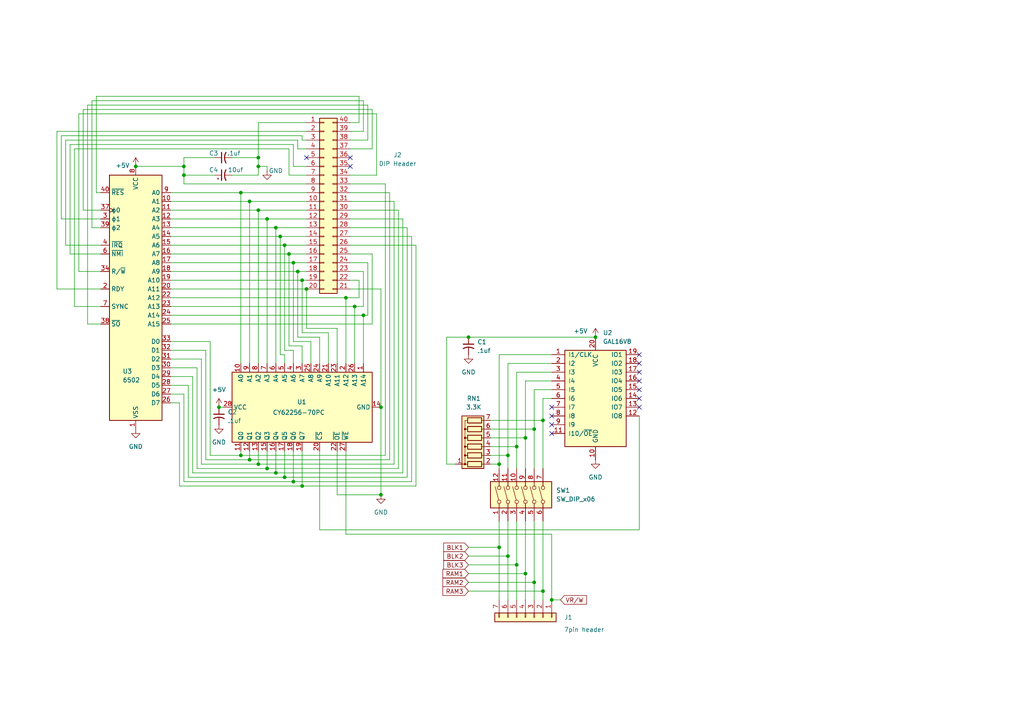
<source format=kicad_sch>
(kicad_sch
	(version 20250114)
	(generator "eeschema")
	(generator_version "9.0")
	(uuid "85caf84a-edd6-41fd-8f51-a60fa2d50688")
	(paper "A4")
	(lib_symbols
		(symbol "Connector_Generic:Conn_01x07"
			(pin_names
				(offset 1.016)
				(hide yes)
			)
			(exclude_from_sim no)
			(in_bom yes)
			(on_board yes)
			(property "Reference" "J"
				(at 0 10.16 0)
				(effects
					(font
						(size 1.27 1.27)
					)
				)
			)
			(property "Value" "Conn_01x07"
				(at 0 -10.16 0)
				(effects
					(font
						(size 1.27 1.27)
					)
				)
			)
			(property "Footprint" ""
				(at 0 0 0)
				(effects
					(font
						(size 1.27 1.27)
					)
					(hide yes)
				)
			)
			(property "Datasheet" "~"
				(at 0 0 0)
				(effects
					(font
						(size 1.27 1.27)
					)
					(hide yes)
				)
			)
			(property "Description" "Generic connector, single row, 01x07, script generated (kicad-library-utils/schlib/autogen/connector/)"
				(at 0 0 0)
				(effects
					(font
						(size 1.27 1.27)
					)
					(hide yes)
				)
			)
			(property "ki_keywords" "connector"
				(at 0 0 0)
				(effects
					(font
						(size 1.27 1.27)
					)
					(hide yes)
				)
			)
			(property "ki_fp_filters" "Connector*:*_1x??_*"
				(at 0 0 0)
				(effects
					(font
						(size 1.27 1.27)
					)
					(hide yes)
				)
			)
			(symbol "Conn_01x07_1_1"
				(rectangle
					(start -1.27 8.89)
					(end 1.27 -8.89)
					(stroke
						(width 0.254)
						(type default)
					)
					(fill
						(type background)
					)
				)
				(rectangle
					(start -1.27 7.747)
					(end 0 7.493)
					(stroke
						(width 0.1524)
						(type default)
					)
					(fill
						(type none)
					)
				)
				(rectangle
					(start -1.27 5.207)
					(end 0 4.953)
					(stroke
						(width 0.1524)
						(type default)
					)
					(fill
						(type none)
					)
				)
				(rectangle
					(start -1.27 2.667)
					(end 0 2.413)
					(stroke
						(width 0.1524)
						(type default)
					)
					(fill
						(type none)
					)
				)
				(rectangle
					(start -1.27 0.127)
					(end 0 -0.127)
					(stroke
						(width 0.1524)
						(type default)
					)
					(fill
						(type none)
					)
				)
				(rectangle
					(start -1.27 -2.413)
					(end 0 -2.667)
					(stroke
						(width 0.1524)
						(type default)
					)
					(fill
						(type none)
					)
				)
				(rectangle
					(start -1.27 -4.953)
					(end 0 -5.207)
					(stroke
						(width 0.1524)
						(type default)
					)
					(fill
						(type none)
					)
				)
				(rectangle
					(start -1.27 -7.493)
					(end 0 -7.747)
					(stroke
						(width 0.1524)
						(type default)
					)
					(fill
						(type none)
					)
				)
				(pin passive line
					(at -5.08 7.62 0)
					(length 3.81)
					(name "Pin_1"
						(effects
							(font
								(size 1.27 1.27)
							)
						)
					)
					(number "1"
						(effects
							(font
								(size 1.27 1.27)
							)
						)
					)
				)
				(pin passive line
					(at -5.08 5.08 0)
					(length 3.81)
					(name "Pin_2"
						(effects
							(font
								(size 1.27 1.27)
							)
						)
					)
					(number "2"
						(effects
							(font
								(size 1.27 1.27)
							)
						)
					)
				)
				(pin passive line
					(at -5.08 2.54 0)
					(length 3.81)
					(name "Pin_3"
						(effects
							(font
								(size 1.27 1.27)
							)
						)
					)
					(number "3"
						(effects
							(font
								(size 1.27 1.27)
							)
						)
					)
				)
				(pin passive line
					(at -5.08 0 0)
					(length 3.81)
					(name "Pin_4"
						(effects
							(font
								(size 1.27 1.27)
							)
						)
					)
					(number "4"
						(effects
							(font
								(size 1.27 1.27)
							)
						)
					)
				)
				(pin passive line
					(at -5.08 -2.54 0)
					(length 3.81)
					(name "Pin_5"
						(effects
							(font
								(size 1.27 1.27)
							)
						)
					)
					(number "5"
						(effects
							(font
								(size 1.27 1.27)
							)
						)
					)
				)
				(pin passive line
					(at -5.08 -5.08 0)
					(length 3.81)
					(name "Pin_6"
						(effects
							(font
								(size 1.27 1.27)
							)
						)
					)
					(number "6"
						(effects
							(font
								(size 1.27 1.27)
							)
						)
					)
				)
				(pin passive line
					(at -5.08 -7.62 0)
					(length 3.81)
					(name "Pin_7"
						(effects
							(font
								(size 1.27 1.27)
							)
						)
					)
					(number "7"
						(effects
							(font
								(size 1.27 1.27)
							)
						)
					)
				)
			)
			(embedded_fonts no)
		)
		(symbol "Connector_Generic:Conn_02x20_Counter_Clockwise"
			(pin_names
				(offset 1.016)
				(hide yes)
			)
			(exclude_from_sim no)
			(in_bom yes)
			(on_board yes)
			(property "Reference" "J"
				(at 1.27 25.4 0)
				(effects
					(font
						(size 1.27 1.27)
					)
				)
			)
			(property "Value" "Conn_02x20_Counter_Clockwise"
				(at 1.27 -27.94 0)
				(effects
					(font
						(size 1.27 1.27)
					)
				)
			)
			(property "Footprint" ""
				(at 0 0 0)
				(effects
					(font
						(size 1.27 1.27)
					)
					(hide yes)
				)
			)
			(property "Datasheet" "~"
				(at 0 0 0)
				(effects
					(font
						(size 1.27 1.27)
					)
					(hide yes)
				)
			)
			(property "Description" "Generic connector, double row, 02x20, counter clockwise pin numbering scheme (similar to DIP package numbering), script generated (kicad-library-utils/schlib/autogen/connector/)"
				(at 0 0 0)
				(effects
					(font
						(size 1.27 1.27)
					)
					(hide yes)
				)
			)
			(property "ki_keywords" "connector"
				(at 0 0 0)
				(effects
					(font
						(size 1.27 1.27)
					)
					(hide yes)
				)
			)
			(property "ki_fp_filters" "Connector*:*_2x??_*"
				(at 0 0 0)
				(effects
					(font
						(size 1.27 1.27)
					)
					(hide yes)
				)
			)
			(symbol "Conn_02x20_Counter_Clockwise_1_1"
				(rectangle
					(start -1.27 24.13)
					(end 3.81 -26.67)
					(stroke
						(width 0.254)
						(type default)
					)
					(fill
						(type background)
					)
				)
				(rectangle
					(start -1.27 22.987)
					(end 0 22.733)
					(stroke
						(width 0.1524)
						(type default)
					)
					(fill
						(type none)
					)
				)
				(rectangle
					(start -1.27 20.447)
					(end 0 20.193)
					(stroke
						(width 0.1524)
						(type default)
					)
					(fill
						(type none)
					)
				)
				(rectangle
					(start -1.27 17.907)
					(end 0 17.653)
					(stroke
						(width 0.1524)
						(type default)
					)
					(fill
						(type none)
					)
				)
				(rectangle
					(start -1.27 15.367)
					(end 0 15.113)
					(stroke
						(width 0.1524)
						(type default)
					)
					(fill
						(type none)
					)
				)
				(rectangle
					(start -1.27 12.827)
					(end 0 12.573)
					(stroke
						(width 0.1524)
						(type default)
					)
					(fill
						(type none)
					)
				)
				(rectangle
					(start -1.27 10.287)
					(end 0 10.033)
					(stroke
						(width 0.1524)
						(type default)
					)
					(fill
						(type none)
					)
				)
				(rectangle
					(start -1.27 7.747)
					(end 0 7.493)
					(stroke
						(width 0.1524)
						(type default)
					)
					(fill
						(type none)
					)
				)
				(rectangle
					(start -1.27 5.207)
					(end 0 4.953)
					(stroke
						(width 0.1524)
						(type default)
					)
					(fill
						(type none)
					)
				)
				(rectangle
					(start -1.27 2.667)
					(end 0 2.413)
					(stroke
						(width 0.1524)
						(type default)
					)
					(fill
						(type none)
					)
				)
				(rectangle
					(start -1.27 0.127)
					(end 0 -0.127)
					(stroke
						(width 0.1524)
						(type default)
					)
					(fill
						(type none)
					)
				)
				(rectangle
					(start -1.27 -2.413)
					(end 0 -2.667)
					(stroke
						(width 0.1524)
						(type default)
					)
					(fill
						(type none)
					)
				)
				(rectangle
					(start -1.27 -4.953)
					(end 0 -5.207)
					(stroke
						(width 0.1524)
						(type default)
					)
					(fill
						(type none)
					)
				)
				(rectangle
					(start -1.27 -7.493)
					(end 0 -7.747)
					(stroke
						(width 0.1524)
						(type default)
					)
					(fill
						(type none)
					)
				)
				(rectangle
					(start -1.27 -10.033)
					(end 0 -10.287)
					(stroke
						(width 0.1524)
						(type default)
					)
					(fill
						(type none)
					)
				)
				(rectangle
					(start -1.27 -12.573)
					(end 0 -12.827)
					(stroke
						(width 0.1524)
						(type default)
					)
					(fill
						(type none)
					)
				)
				(rectangle
					(start -1.27 -15.113)
					(end 0 -15.367)
					(stroke
						(width 0.1524)
						(type default)
					)
					(fill
						(type none)
					)
				)
				(rectangle
					(start -1.27 -17.653)
					(end 0 -17.907)
					(stroke
						(width 0.1524)
						(type default)
					)
					(fill
						(type none)
					)
				)
				(rectangle
					(start -1.27 -20.193)
					(end 0 -20.447)
					(stroke
						(width 0.1524)
						(type default)
					)
					(fill
						(type none)
					)
				)
				(rectangle
					(start -1.27 -22.733)
					(end 0 -22.987)
					(stroke
						(width 0.1524)
						(type default)
					)
					(fill
						(type none)
					)
				)
				(rectangle
					(start -1.27 -25.273)
					(end 0 -25.527)
					(stroke
						(width 0.1524)
						(type default)
					)
					(fill
						(type none)
					)
				)
				(rectangle
					(start 3.81 22.987)
					(end 2.54 22.733)
					(stroke
						(width 0.1524)
						(type default)
					)
					(fill
						(type none)
					)
				)
				(rectangle
					(start 3.81 20.447)
					(end 2.54 20.193)
					(stroke
						(width 0.1524)
						(type default)
					)
					(fill
						(type none)
					)
				)
				(rectangle
					(start 3.81 17.907)
					(end 2.54 17.653)
					(stroke
						(width 0.1524)
						(type default)
					)
					(fill
						(type none)
					)
				)
				(rectangle
					(start 3.81 15.367)
					(end 2.54 15.113)
					(stroke
						(width 0.1524)
						(type default)
					)
					(fill
						(type none)
					)
				)
				(rectangle
					(start 3.81 12.827)
					(end 2.54 12.573)
					(stroke
						(width 0.1524)
						(type default)
					)
					(fill
						(type none)
					)
				)
				(rectangle
					(start 3.81 10.287)
					(end 2.54 10.033)
					(stroke
						(width 0.1524)
						(type default)
					)
					(fill
						(type none)
					)
				)
				(rectangle
					(start 3.81 7.747)
					(end 2.54 7.493)
					(stroke
						(width 0.1524)
						(type default)
					)
					(fill
						(type none)
					)
				)
				(rectangle
					(start 3.81 5.207)
					(end 2.54 4.953)
					(stroke
						(width 0.1524)
						(type default)
					)
					(fill
						(type none)
					)
				)
				(rectangle
					(start 3.81 2.667)
					(end 2.54 2.413)
					(stroke
						(width 0.1524)
						(type default)
					)
					(fill
						(type none)
					)
				)
				(rectangle
					(start 3.81 0.127)
					(end 2.54 -0.127)
					(stroke
						(width 0.1524)
						(type default)
					)
					(fill
						(type none)
					)
				)
				(rectangle
					(start 3.81 -2.413)
					(end 2.54 -2.667)
					(stroke
						(width 0.1524)
						(type default)
					)
					(fill
						(type none)
					)
				)
				(rectangle
					(start 3.81 -4.953)
					(end 2.54 -5.207)
					(stroke
						(width 0.1524)
						(type default)
					)
					(fill
						(type none)
					)
				)
				(rectangle
					(start 3.81 -7.493)
					(end 2.54 -7.747)
					(stroke
						(width 0.1524)
						(type default)
					)
					(fill
						(type none)
					)
				)
				(rectangle
					(start 3.81 -10.033)
					(end 2.54 -10.287)
					(stroke
						(width 0.1524)
						(type default)
					)
					(fill
						(type none)
					)
				)
				(rectangle
					(start 3.81 -12.573)
					(end 2.54 -12.827)
					(stroke
						(width 0.1524)
						(type default)
					)
					(fill
						(type none)
					)
				)
				(rectangle
					(start 3.81 -15.113)
					(end 2.54 -15.367)
					(stroke
						(width 0.1524)
						(type default)
					)
					(fill
						(type none)
					)
				)
				(rectangle
					(start 3.81 -17.653)
					(end 2.54 -17.907)
					(stroke
						(width 0.1524)
						(type default)
					)
					(fill
						(type none)
					)
				)
				(rectangle
					(start 3.81 -20.193)
					(end 2.54 -20.447)
					(stroke
						(width 0.1524)
						(type default)
					)
					(fill
						(type none)
					)
				)
				(rectangle
					(start 3.81 -22.733)
					(end 2.54 -22.987)
					(stroke
						(width 0.1524)
						(type default)
					)
					(fill
						(type none)
					)
				)
				(rectangle
					(start 3.81 -25.273)
					(end 2.54 -25.527)
					(stroke
						(width 0.1524)
						(type default)
					)
					(fill
						(type none)
					)
				)
				(pin passive line
					(at -5.08 22.86 0)
					(length 3.81)
					(name "Pin_1"
						(effects
							(font
								(size 1.27 1.27)
							)
						)
					)
					(number "1"
						(effects
							(font
								(size 1.27 1.27)
							)
						)
					)
				)
				(pin passive line
					(at -5.08 20.32 0)
					(length 3.81)
					(name "Pin_2"
						(effects
							(font
								(size 1.27 1.27)
							)
						)
					)
					(number "2"
						(effects
							(font
								(size 1.27 1.27)
							)
						)
					)
				)
				(pin passive line
					(at -5.08 17.78 0)
					(length 3.81)
					(name "Pin_3"
						(effects
							(font
								(size 1.27 1.27)
							)
						)
					)
					(number "3"
						(effects
							(font
								(size 1.27 1.27)
							)
						)
					)
				)
				(pin passive line
					(at -5.08 15.24 0)
					(length 3.81)
					(name "Pin_4"
						(effects
							(font
								(size 1.27 1.27)
							)
						)
					)
					(number "4"
						(effects
							(font
								(size 1.27 1.27)
							)
						)
					)
				)
				(pin passive line
					(at -5.08 12.7 0)
					(length 3.81)
					(name "Pin_5"
						(effects
							(font
								(size 1.27 1.27)
							)
						)
					)
					(number "5"
						(effects
							(font
								(size 1.27 1.27)
							)
						)
					)
				)
				(pin passive line
					(at -5.08 10.16 0)
					(length 3.81)
					(name "Pin_6"
						(effects
							(font
								(size 1.27 1.27)
							)
						)
					)
					(number "6"
						(effects
							(font
								(size 1.27 1.27)
							)
						)
					)
				)
				(pin passive line
					(at -5.08 7.62 0)
					(length 3.81)
					(name "Pin_7"
						(effects
							(font
								(size 1.27 1.27)
							)
						)
					)
					(number "7"
						(effects
							(font
								(size 1.27 1.27)
							)
						)
					)
				)
				(pin passive line
					(at -5.08 5.08 0)
					(length 3.81)
					(name "Pin_8"
						(effects
							(font
								(size 1.27 1.27)
							)
						)
					)
					(number "8"
						(effects
							(font
								(size 1.27 1.27)
							)
						)
					)
				)
				(pin passive line
					(at -5.08 2.54 0)
					(length 3.81)
					(name "Pin_9"
						(effects
							(font
								(size 1.27 1.27)
							)
						)
					)
					(number "9"
						(effects
							(font
								(size 1.27 1.27)
							)
						)
					)
				)
				(pin passive line
					(at -5.08 0 0)
					(length 3.81)
					(name "Pin_10"
						(effects
							(font
								(size 1.27 1.27)
							)
						)
					)
					(number "10"
						(effects
							(font
								(size 1.27 1.27)
							)
						)
					)
				)
				(pin passive line
					(at -5.08 -2.54 0)
					(length 3.81)
					(name "Pin_11"
						(effects
							(font
								(size 1.27 1.27)
							)
						)
					)
					(number "11"
						(effects
							(font
								(size 1.27 1.27)
							)
						)
					)
				)
				(pin passive line
					(at -5.08 -5.08 0)
					(length 3.81)
					(name "Pin_12"
						(effects
							(font
								(size 1.27 1.27)
							)
						)
					)
					(number "12"
						(effects
							(font
								(size 1.27 1.27)
							)
						)
					)
				)
				(pin passive line
					(at -5.08 -7.62 0)
					(length 3.81)
					(name "Pin_13"
						(effects
							(font
								(size 1.27 1.27)
							)
						)
					)
					(number "13"
						(effects
							(font
								(size 1.27 1.27)
							)
						)
					)
				)
				(pin passive line
					(at -5.08 -10.16 0)
					(length 3.81)
					(name "Pin_14"
						(effects
							(font
								(size 1.27 1.27)
							)
						)
					)
					(number "14"
						(effects
							(font
								(size 1.27 1.27)
							)
						)
					)
				)
				(pin passive line
					(at -5.08 -12.7 0)
					(length 3.81)
					(name "Pin_15"
						(effects
							(font
								(size 1.27 1.27)
							)
						)
					)
					(number "15"
						(effects
							(font
								(size 1.27 1.27)
							)
						)
					)
				)
				(pin passive line
					(at -5.08 -15.24 0)
					(length 3.81)
					(name "Pin_16"
						(effects
							(font
								(size 1.27 1.27)
							)
						)
					)
					(number "16"
						(effects
							(font
								(size 1.27 1.27)
							)
						)
					)
				)
				(pin passive line
					(at -5.08 -17.78 0)
					(length 3.81)
					(name "Pin_17"
						(effects
							(font
								(size 1.27 1.27)
							)
						)
					)
					(number "17"
						(effects
							(font
								(size 1.27 1.27)
							)
						)
					)
				)
				(pin passive line
					(at -5.08 -20.32 0)
					(length 3.81)
					(name "Pin_18"
						(effects
							(font
								(size 1.27 1.27)
							)
						)
					)
					(number "18"
						(effects
							(font
								(size 1.27 1.27)
							)
						)
					)
				)
				(pin passive line
					(at -5.08 -22.86 0)
					(length 3.81)
					(name "Pin_19"
						(effects
							(font
								(size 1.27 1.27)
							)
						)
					)
					(number "19"
						(effects
							(font
								(size 1.27 1.27)
							)
						)
					)
				)
				(pin passive line
					(at -5.08 -25.4 0)
					(length 3.81)
					(name "Pin_20"
						(effects
							(font
								(size 1.27 1.27)
							)
						)
					)
					(number "20"
						(effects
							(font
								(size 1.27 1.27)
							)
						)
					)
				)
				(pin passive line
					(at 7.62 22.86 180)
					(length 3.81)
					(name "Pin_40"
						(effects
							(font
								(size 1.27 1.27)
							)
						)
					)
					(number "40"
						(effects
							(font
								(size 1.27 1.27)
							)
						)
					)
				)
				(pin passive line
					(at 7.62 20.32 180)
					(length 3.81)
					(name "Pin_39"
						(effects
							(font
								(size 1.27 1.27)
							)
						)
					)
					(number "39"
						(effects
							(font
								(size 1.27 1.27)
							)
						)
					)
				)
				(pin passive line
					(at 7.62 17.78 180)
					(length 3.81)
					(name "Pin_38"
						(effects
							(font
								(size 1.27 1.27)
							)
						)
					)
					(number "38"
						(effects
							(font
								(size 1.27 1.27)
							)
						)
					)
				)
				(pin passive line
					(at 7.62 15.24 180)
					(length 3.81)
					(name "Pin_37"
						(effects
							(font
								(size 1.27 1.27)
							)
						)
					)
					(number "37"
						(effects
							(font
								(size 1.27 1.27)
							)
						)
					)
				)
				(pin passive line
					(at 7.62 12.7 180)
					(length 3.81)
					(name "Pin_36"
						(effects
							(font
								(size 1.27 1.27)
							)
						)
					)
					(number "36"
						(effects
							(font
								(size 1.27 1.27)
							)
						)
					)
				)
				(pin passive line
					(at 7.62 10.16 180)
					(length 3.81)
					(name "Pin_35"
						(effects
							(font
								(size 1.27 1.27)
							)
						)
					)
					(number "35"
						(effects
							(font
								(size 1.27 1.27)
							)
						)
					)
				)
				(pin passive line
					(at 7.62 7.62 180)
					(length 3.81)
					(name "Pin_34"
						(effects
							(font
								(size 1.27 1.27)
							)
						)
					)
					(number "34"
						(effects
							(font
								(size 1.27 1.27)
							)
						)
					)
				)
				(pin passive line
					(at 7.62 5.08 180)
					(length 3.81)
					(name "Pin_33"
						(effects
							(font
								(size 1.27 1.27)
							)
						)
					)
					(number "33"
						(effects
							(font
								(size 1.27 1.27)
							)
						)
					)
				)
				(pin passive line
					(at 7.62 2.54 180)
					(length 3.81)
					(name "Pin_32"
						(effects
							(font
								(size 1.27 1.27)
							)
						)
					)
					(number "32"
						(effects
							(font
								(size 1.27 1.27)
							)
						)
					)
				)
				(pin passive line
					(at 7.62 0 180)
					(length 3.81)
					(name "Pin_31"
						(effects
							(font
								(size 1.27 1.27)
							)
						)
					)
					(number "31"
						(effects
							(font
								(size 1.27 1.27)
							)
						)
					)
				)
				(pin passive line
					(at 7.62 -2.54 180)
					(length 3.81)
					(name "Pin_30"
						(effects
							(font
								(size 1.27 1.27)
							)
						)
					)
					(number "30"
						(effects
							(font
								(size 1.27 1.27)
							)
						)
					)
				)
				(pin passive line
					(at 7.62 -5.08 180)
					(length 3.81)
					(name "Pin_29"
						(effects
							(font
								(size 1.27 1.27)
							)
						)
					)
					(number "29"
						(effects
							(font
								(size 1.27 1.27)
							)
						)
					)
				)
				(pin passive line
					(at 7.62 -7.62 180)
					(length 3.81)
					(name "Pin_28"
						(effects
							(font
								(size 1.27 1.27)
							)
						)
					)
					(number "28"
						(effects
							(font
								(size 1.27 1.27)
							)
						)
					)
				)
				(pin passive line
					(at 7.62 -10.16 180)
					(length 3.81)
					(name "Pin_27"
						(effects
							(font
								(size 1.27 1.27)
							)
						)
					)
					(number "27"
						(effects
							(font
								(size 1.27 1.27)
							)
						)
					)
				)
				(pin passive line
					(at 7.62 -12.7 180)
					(length 3.81)
					(name "Pin_26"
						(effects
							(font
								(size 1.27 1.27)
							)
						)
					)
					(number "26"
						(effects
							(font
								(size 1.27 1.27)
							)
						)
					)
				)
				(pin passive line
					(at 7.62 -15.24 180)
					(length 3.81)
					(name "Pin_25"
						(effects
							(font
								(size 1.27 1.27)
							)
						)
					)
					(number "25"
						(effects
							(font
								(size 1.27 1.27)
							)
						)
					)
				)
				(pin passive line
					(at 7.62 -17.78 180)
					(length 3.81)
					(name "Pin_24"
						(effects
							(font
								(size 1.27 1.27)
							)
						)
					)
					(number "24"
						(effects
							(font
								(size 1.27 1.27)
							)
						)
					)
				)
				(pin passive line
					(at 7.62 -20.32 180)
					(length 3.81)
					(name "Pin_23"
						(effects
							(font
								(size 1.27 1.27)
							)
						)
					)
					(number "23"
						(effects
							(font
								(size 1.27 1.27)
							)
						)
					)
				)
				(pin passive line
					(at 7.62 -22.86 180)
					(length 3.81)
					(name "Pin_22"
						(effects
							(font
								(size 1.27 1.27)
							)
						)
					)
					(number "22"
						(effects
							(font
								(size 1.27 1.27)
							)
						)
					)
				)
				(pin passive line
					(at 7.62 -25.4 180)
					(length 3.81)
					(name "Pin_21"
						(effects
							(font
								(size 1.27 1.27)
							)
						)
					)
					(number "21"
						(effects
							(font
								(size 1.27 1.27)
							)
						)
					)
				)
			)
			(embedded_fonts no)
		)
		(symbol "Device:C_Polarized_Small_US"
			(pin_numbers
				(hide yes)
			)
			(pin_names
				(offset 0.254)
				(hide yes)
			)
			(exclude_from_sim no)
			(in_bom yes)
			(on_board yes)
			(property "Reference" "C"
				(at 0.254 1.778 0)
				(effects
					(font
						(size 1.27 1.27)
					)
					(justify left)
				)
			)
			(property "Value" "C_Polarized_Small_US"
				(at 0.254 -2.032 0)
				(effects
					(font
						(size 1.27 1.27)
					)
					(justify left)
				)
			)
			(property "Footprint" ""
				(at 0 0 0)
				(effects
					(font
						(size 1.27 1.27)
					)
					(hide yes)
				)
			)
			(property "Datasheet" "~"
				(at 0 0 0)
				(effects
					(font
						(size 1.27 1.27)
					)
					(hide yes)
				)
			)
			(property "Description" "Polarized capacitor, small US symbol"
				(at 0 0 0)
				(effects
					(font
						(size 1.27 1.27)
					)
					(hide yes)
				)
			)
			(property "ki_keywords" "cap capacitor"
				(at 0 0 0)
				(effects
					(font
						(size 1.27 1.27)
					)
					(hide yes)
				)
			)
			(property "ki_fp_filters" "CP_*"
				(at 0 0 0)
				(effects
					(font
						(size 1.27 1.27)
					)
					(hide yes)
				)
			)
			(symbol "C_Polarized_Small_US_0_1"
				(polyline
					(pts
						(xy -1.524 0.508) (xy 1.524 0.508)
					)
					(stroke
						(width 0.3048)
						(type default)
					)
					(fill
						(type none)
					)
				)
				(polyline
					(pts
						(xy -1.27 1.524) (xy -0.762 1.524)
					)
					(stroke
						(width 0)
						(type default)
					)
					(fill
						(type none)
					)
				)
				(polyline
					(pts
						(xy -1.016 1.27) (xy -1.016 1.778)
					)
					(stroke
						(width 0)
						(type default)
					)
					(fill
						(type none)
					)
				)
				(arc
					(start -1.524 -0.762)
					(mid 0 -0.3734)
					(end 1.524 -0.762)
					(stroke
						(width 0.3048)
						(type default)
					)
					(fill
						(type none)
					)
				)
			)
			(symbol "C_Polarized_Small_US_1_1"
				(pin passive line
					(at 0 2.54 270)
					(length 2.032)
					(name "~"
						(effects
							(font
								(size 1.27 1.27)
							)
						)
					)
					(number "1"
						(effects
							(font
								(size 1.27 1.27)
							)
						)
					)
				)
				(pin passive line
					(at 0 -2.54 90)
					(length 2.032)
					(name "~"
						(effects
							(font
								(size 1.27 1.27)
							)
						)
					)
					(number "2"
						(effects
							(font
								(size 1.27 1.27)
							)
						)
					)
				)
			)
			(embedded_fonts no)
		)
		(symbol "Device:C_Small_US"
			(pin_numbers
				(hide yes)
			)
			(pin_names
				(offset 0.254)
				(hide yes)
			)
			(exclude_from_sim no)
			(in_bom yes)
			(on_board yes)
			(property "Reference" "C"
				(at 0.254 1.778 0)
				(effects
					(font
						(size 1.27 1.27)
					)
					(justify left)
				)
			)
			(property "Value" "C_Small_US"
				(at 0.254 -2.032 0)
				(effects
					(font
						(size 1.27 1.27)
					)
					(justify left)
				)
			)
			(property "Footprint" ""
				(at 0 0 0)
				(effects
					(font
						(size 1.27 1.27)
					)
					(hide yes)
				)
			)
			(property "Datasheet" ""
				(at 0 0 0)
				(effects
					(font
						(size 1.27 1.27)
					)
					(hide yes)
				)
			)
			(property "Description" "capacitor, small US symbol"
				(at 0 0 0)
				(effects
					(font
						(size 1.27 1.27)
					)
					(hide yes)
				)
			)
			(property "ki_keywords" "cap capacitor"
				(at 0 0 0)
				(effects
					(font
						(size 1.27 1.27)
					)
					(hide yes)
				)
			)
			(property "ki_fp_filters" "C_*"
				(at 0 0 0)
				(effects
					(font
						(size 1.27 1.27)
					)
					(hide yes)
				)
			)
			(symbol "C_Small_US_0_1"
				(polyline
					(pts
						(xy -1.524 0.508) (xy 1.524 0.508)
					)
					(stroke
						(width 0.3048)
						(type default)
					)
					(fill
						(type none)
					)
				)
				(arc
					(start -1.524 -0.762)
					(mid 0 -0.3734)
					(end 1.524 -0.762)
					(stroke
						(width 0.3048)
						(type default)
					)
					(fill
						(type none)
					)
				)
			)
			(symbol "C_Small_US_1_1"
				(pin passive line
					(at 0 2.54 270)
					(length 2.032)
					(name "~"
						(effects
							(font
								(size 1.27 1.27)
							)
						)
					)
					(number "1"
						(effects
							(font
								(size 1.27 1.27)
							)
						)
					)
				)
				(pin passive line
					(at 0 -2.54 90)
					(length 2.032)
					(name "~"
						(effects
							(font
								(size 1.27 1.27)
							)
						)
					)
					(number "2"
						(effects
							(font
								(size 1.27 1.27)
							)
						)
					)
				)
			)
			(embedded_fonts no)
		)
		(symbol "Device:R_Network06"
			(pin_names
				(offset 0)
				(hide yes)
			)
			(exclude_from_sim no)
			(in_bom yes)
			(on_board yes)
			(property "Reference" "RN"
				(at -10.16 0 90)
				(effects
					(font
						(size 1.27 1.27)
					)
				)
			)
			(property "Value" "R_Network06"
				(at 7.62 0 90)
				(effects
					(font
						(size 1.27 1.27)
					)
				)
			)
			(property "Footprint" "Resistor_THT:R_Array_SIP7"
				(at 9.525 0 90)
				(effects
					(font
						(size 1.27 1.27)
					)
					(hide yes)
				)
			)
			(property "Datasheet" "http://www.vishay.com/docs/31509/csc.pdf"
				(at 0 0 0)
				(effects
					(font
						(size 1.27 1.27)
					)
					(hide yes)
				)
			)
			(property "Description" "6 resistor network, star topology, bussed resistors, small symbol"
				(at 0 0 0)
				(effects
					(font
						(size 1.27 1.27)
					)
					(hide yes)
				)
			)
			(property "ki_keywords" "R network star-topology"
				(at 0 0 0)
				(effects
					(font
						(size 1.27 1.27)
					)
					(hide yes)
				)
			)
			(property "ki_fp_filters" "R?Array?SIP*"
				(at 0 0 0)
				(effects
					(font
						(size 1.27 1.27)
					)
					(hide yes)
				)
			)
			(symbol "R_Network06_0_1"
				(rectangle
					(start -8.89 -3.175)
					(end 6.35 3.175)
					(stroke
						(width 0.254)
						(type default)
					)
					(fill
						(type background)
					)
				)
				(rectangle
					(start -8.382 1.524)
					(end -6.858 -2.54)
					(stroke
						(width 0.254)
						(type default)
					)
					(fill
						(type none)
					)
				)
				(circle
					(center -7.62 2.286)
					(radius 0.254)
					(stroke
						(width 0)
						(type default)
					)
					(fill
						(type outline)
					)
				)
				(polyline
					(pts
						(xy -7.62 1.524) (xy -7.62 2.286) (xy -5.08 2.286) (xy -5.08 1.524)
					)
					(stroke
						(width 0)
						(type default)
					)
					(fill
						(type none)
					)
				)
				(polyline
					(pts
						(xy -7.62 -2.54) (xy -7.62 -3.81)
					)
					(stroke
						(width 0)
						(type default)
					)
					(fill
						(type none)
					)
				)
				(rectangle
					(start -5.842 1.524)
					(end -4.318 -2.54)
					(stroke
						(width 0.254)
						(type default)
					)
					(fill
						(type none)
					)
				)
				(circle
					(center -5.08 2.286)
					(radius 0.254)
					(stroke
						(width 0)
						(type default)
					)
					(fill
						(type outline)
					)
				)
				(polyline
					(pts
						(xy -5.08 1.524) (xy -5.08 2.286) (xy -2.54 2.286) (xy -2.54 1.524)
					)
					(stroke
						(width 0)
						(type default)
					)
					(fill
						(type none)
					)
				)
				(polyline
					(pts
						(xy -5.08 -2.54) (xy -5.08 -3.81)
					)
					(stroke
						(width 0)
						(type default)
					)
					(fill
						(type none)
					)
				)
				(rectangle
					(start -3.302 1.524)
					(end -1.778 -2.54)
					(stroke
						(width 0.254)
						(type default)
					)
					(fill
						(type none)
					)
				)
				(circle
					(center -2.54 2.286)
					(radius 0.254)
					(stroke
						(width 0)
						(type default)
					)
					(fill
						(type outline)
					)
				)
				(polyline
					(pts
						(xy -2.54 1.524) (xy -2.54 2.286) (xy 0 2.286) (xy 0 1.524)
					)
					(stroke
						(width 0)
						(type default)
					)
					(fill
						(type none)
					)
				)
				(polyline
					(pts
						(xy -2.54 -2.54) (xy -2.54 -3.81)
					)
					(stroke
						(width 0)
						(type default)
					)
					(fill
						(type none)
					)
				)
				(rectangle
					(start -0.762 1.524)
					(end 0.762 -2.54)
					(stroke
						(width 0.254)
						(type default)
					)
					(fill
						(type none)
					)
				)
				(circle
					(center 0 2.286)
					(radius 0.254)
					(stroke
						(width 0)
						(type default)
					)
					(fill
						(type outline)
					)
				)
				(polyline
					(pts
						(xy 0 1.524) (xy 0 2.286) (xy 2.54 2.286) (xy 2.54 1.524)
					)
					(stroke
						(width 0)
						(type default)
					)
					(fill
						(type none)
					)
				)
				(polyline
					(pts
						(xy 0 -2.54) (xy 0 -3.81)
					)
					(stroke
						(width 0)
						(type default)
					)
					(fill
						(type none)
					)
				)
				(rectangle
					(start 1.778 1.524)
					(end 3.302 -2.54)
					(stroke
						(width 0.254)
						(type default)
					)
					(fill
						(type none)
					)
				)
				(circle
					(center 2.54 2.286)
					(radius 0.254)
					(stroke
						(width 0)
						(type default)
					)
					(fill
						(type outline)
					)
				)
				(polyline
					(pts
						(xy 2.54 1.524) (xy 2.54 2.286) (xy 5.08 2.286) (xy 5.08 1.524)
					)
					(stroke
						(width 0)
						(type default)
					)
					(fill
						(type none)
					)
				)
				(polyline
					(pts
						(xy 2.54 -2.54) (xy 2.54 -3.81)
					)
					(stroke
						(width 0)
						(type default)
					)
					(fill
						(type none)
					)
				)
				(rectangle
					(start 4.318 1.524)
					(end 5.842 -2.54)
					(stroke
						(width 0.254)
						(type default)
					)
					(fill
						(type none)
					)
				)
				(polyline
					(pts
						(xy 5.08 -2.54) (xy 5.08 -3.81)
					)
					(stroke
						(width 0)
						(type default)
					)
					(fill
						(type none)
					)
				)
			)
			(symbol "R_Network06_1_1"
				(pin passive line
					(at -7.62 5.08 270)
					(length 2.54)
					(name "common"
						(effects
							(font
								(size 1.27 1.27)
							)
						)
					)
					(number "1"
						(effects
							(font
								(size 1.27 1.27)
							)
						)
					)
				)
				(pin passive line
					(at -7.62 -5.08 90)
					(length 1.27)
					(name "R1"
						(effects
							(font
								(size 1.27 1.27)
							)
						)
					)
					(number "2"
						(effects
							(font
								(size 1.27 1.27)
							)
						)
					)
				)
				(pin passive line
					(at -5.08 -5.08 90)
					(length 1.27)
					(name "R2"
						(effects
							(font
								(size 1.27 1.27)
							)
						)
					)
					(number "3"
						(effects
							(font
								(size 1.27 1.27)
							)
						)
					)
				)
				(pin passive line
					(at -2.54 -5.08 90)
					(length 1.27)
					(name "R3"
						(effects
							(font
								(size 1.27 1.27)
							)
						)
					)
					(number "4"
						(effects
							(font
								(size 1.27 1.27)
							)
						)
					)
				)
				(pin passive line
					(at 0 -5.08 90)
					(length 1.27)
					(name "R4"
						(effects
							(font
								(size 1.27 1.27)
							)
						)
					)
					(number "5"
						(effects
							(font
								(size 1.27 1.27)
							)
						)
					)
				)
				(pin passive line
					(at 2.54 -5.08 90)
					(length 1.27)
					(name "R5"
						(effects
							(font
								(size 1.27 1.27)
							)
						)
					)
					(number "6"
						(effects
							(font
								(size 1.27 1.27)
							)
						)
					)
				)
				(pin passive line
					(at 5.08 -5.08 90)
					(length 1.27)
					(name "R6"
						(effects
							(font
								(size 1.27 1.27)
							)
						)
					)
					(number "7"
						(effects
							(font
								(size 1.27 1.27)
							)
						)
					)
				)
			)
			(embedded_fonts no)
		)
		(symbol "Logic_Programmable:GAL16V8"
			(pin_names
				(offset 1.016)
			)
			(exclude_from_sim no)
			(in_bom yes)
			(on_board yes)
			(property "Reference" "U"
				(at -8.89 16.51 0)
				(effects
					(font
						(size 1.27 1.27)
					)
					(justify left)
				)
			)
			(property "Value" "GAL16V8"
				(at 1.27 16.51 0)
				(effects
					(font
						(size 1.27 1.27)
					)
					(justify left)
				)
			)
			(property "Footprint" ""
				(at 0 0 0)
				(effects
					(font
						(size 1.27 1.27)
					)
					(hide yes)
				)
			)
			(property "Datasheet" ""
				(at 0 0 0)
				(effects
					(font
						(size 1.27 1.27)
					)
					(hide yes)
				)
			)
			(property "Description" "Programmable Logic Array, DIP-20/SOIC-20/PLCC-20"
				(at 0 0 0)
				(effects
					(font
						(size 1.27 1.27)
					)
					(hide yes)
				)
			)
			(property "ki_keywords" "GAL PLD 16V8"
				(at 0 0 0)
				(effects
					(font
						(size 1.27 1.27)
					)
					(hide yes)
				)
			)
			(property "ki_fp_filters" "DIP* PDIP* SOIC* SO* PLCC*"
				(at 0 0 0)
				(effects
					(font
						(size 1.27 1.27)
					)
					(hide yes)
				)
			)
			(symbol "GAL16V8_0_0"
				(pin power_in line
					(at 0 17.78 270)
					(length 3.81)
					(name "VCC"
						(effects
							(font
								(size 1.27 1.27)
							)
						)
					)
					(number "20"
						(effects
							(font
								(size 1.27 1.27)
							)
						)
					)
				)
				(pin power_in line
					(at 0 -17.78 90)
					(length 3.81)
					(name "GND"
						(effects
							(font
								(size 1.27 1.27)
							)
						)
					)
					(number "10"
						(effects
							(font
								(size 1.27 1.27)
							)
						)
					)
				)
			)
			(symbol "GAL16V8_0_1"
				(rectangle
					(start -8.89 13.97)
					(end 8.89 -13.97)
					(stroke
						(width 0.254)
						(type default)
					)
					(fill
						(type background)
					)
				)
			)
			(symbol "GAL16V8_1_1"
				(pin input line
					(at -12.7 12.7 0)
					(length 3.81)
					(name "I1/CLK"
						(effects
							(font
								(size 1.27 1.27)
							)
						)
					)
					(number "1"
						(effects
							(font
								(size 1.27 1.27)
							)
						)
					)
				)
				(pin input line
					(at -12.7 10.16 0)
					(length 3.81)
					(name "I2"
						(effects
							(font
								(size 1.27 1.27)
							)
						)
					)
					(number "2"
						(effects
							(font
								(size 1.27 1.27)
							)
						)
					)
				)
				(pin input line
					(at -12.7 7.62 0)
					(length 3.81)
					(name "I3"
						(effects
							(font
								(size 1.27 1.27)
							)
						)
					)
					(number "3"
						(effects
							(font
								(size 1.27 1.27)
							)
						)
					)
				)
				(pin input line
					(at -12.7 5.08 0)
					(length 3.81)
					(name "I4"
						(effects
							(font
								(size 1.27 1.27)
							)
						)
					)
					(number "4"
						(effects
							(font
								(size 1.27 1.27)
							)
						)
					)
				)
				(pin input line
					(at -12.7 2.54 0)
					(length 3.81)
					(name "I5"
						(effects
							(font
								(size 1.27 1.27)
							)
						)
					)
					(number "5"
						(effects
							(font
								(size 1.27 1.27)
							)
						)
					)
				)
				(pin input line
					(at -12.7 0 0)
					(length 3.81)
					(name "I6"
						(effects
							(font
								(size 1.27 1.27)
							)
						)
					)
					(number "6"
						(effects
							(font
								(size 1.27 1.27)
							)
						)
					)
				)
				(pin input line
					(at -12.7 -2.54 0)
					(length 3.81)
					(name "I7"
						(effects
							(font
								(size 1.27 1.27)
							)
						)
					)
					(number "7"
						(effects
							(font
								(size 1.27 1.27)
							)
						)
					)
				)
				(pin input line
					(at -12.7 -5.08 0)
					(length 3.81)
					(name "I8"
						(effects
							(font
								(size 1.27 1.27)
							)
						)
					)
					(number "8"
						(effects
							(font
								(size 1.27 1.27)
							)
						)
					)
				)
				(pin input line
					(at -12.7 -7.62 0)
					(length 3.81)
					(name "I9"
						(effects
							(font
								(size 1.27 1.27)
							)
						)
					)
					(number "9"
						(effects
							(font
								(size 1.27 1.27)
							)
						)
					)
				)
				(pin input line
					(at -12.7 -10.16 0)
					(length 3.81)
					(name "I10/~{OE}"
						(effects
							(font
								(size 1.27 1.27)
							)
						)
					)
					(number "11"
						(effects
							(font
								(size 1.27 1.27)
							)
						)
					)
				)
				(pin tri_state line
					(at 12.7 12.7 180)
					(length 3.81)
					(name "IO1"
						(effects
							(font
								(size 1.27 1.27)
							)
						)
					)
					(number "19"
						(effects
							(font
								(size 1.27 1.27)
							)
						)
					)
				)
				(pin tri_state line
					(at 12.7 10.16 180)
					(length 3.81)
					(name "IO2"
						(effects
							(font
								(size 1.27 1.27)
							)
						)
					)
					(number "18"
						(effects
							(font
								(size 1.27 1.27)
							)
						)
					)
				)
				(pin tri_state line
					(at 12.7 7.62 180)
					(length 3.81)
					(name "I03"
						(effects
							(font
								(size 1.27 1.27)
							)
						)
					)
					(number "17"
						(effects
							(font
								(size 1.27 1.27)
							)
						)
					)
				)
				(pin tri_state line
					(at 12.7 5.08 180)
					(length 3.81)
					(name "IO4"
						(effects
							(font
								(size 1.27 1.27)
							)
						)
					)
					(number "16"
						(effects
							(font
								(size 1.27 1.27)
							)
						)
					)
				)
				(pin tri_state line
					(at 12.7 2.54 180)
					(length 3.81)
					(name "IO5"
						(effects
							(font
								(size 1.27 1.27)
							)
						)
					)
					(number "15"
						(effects
							(font
								(size 1.27 1.27)
							)
						)
					)
				)
				(pin tri_state line
					(at 12.7 0 180)
					(length 3.81)
					(name "IO6"
						(effects
							(font
								(size 1.27 1.27)
							)
						)
					)
					(number "14"
						(effects
							(font
								(size 1.27 1.27)
							)
						)
					)
				)
				(pin tri_state line
					(at 12.7 -2.54 180)
					(length 3.81)
					(name "IO7"
						(effects
							(font
								(size 1.27 1.27)
							)
						)
					)
					(number "13"
						(effects
							(font
								(size 1.27 1.27)
							)
						)
					)
				)
				(pin tri_state line
					(at 12.7 -5.08 180)
					(length 3.81)
					(name "IO8"
						(effects
							(font
								(size 1.27 1.27)
							)
						)
					)
					(number "12"
						(effects
							(font
								(size 1.27 1.27)
							)
						)
					)
				)
			)
			(embedded_fonts no)
		)
		(symbol "Memory_RAM:CY62256-70PC"
			(exclude_from_sim no)
			(in_bom yes)
			(on_board yes)
			(property "Reference" "U"
				(at -10.16 20.955 0)
				(effects
					(font
						(size 1.27 1.27)
					)
					(justify left bottom)
				)
			)
			(property "Value" "CY62256-70PC"
				(at 2.54 20.955 0)
				(effects
					(font
						(size 1.27 1.27)
					)
					(justify left bottom)
				)
			)
			(property "Footprint" "Package_DIP:DIP-28_W15.24mm"
				(at 0 -2.54 0)
				(effects
					(font
						(size 1.27 1.27)
					)
					(hide yes)
				)
			)
			(property "Datasheet" "https://ecee.colorado.edu/~mcclurel/Cypress_SRAM_CY62256.pdf"
				(at 0 -2.54 0)
				(effects
					(font
						(size 1.27 1.27)
					)
					(hide yes)
				)
			)
			(property "Description" "256K (32K x 8) Static RAM, 70ns, DIP-28"
				(at 0 0 0)
				(effects
					(font
						(size 1.27 1.27)
					)
					(hide yes)
				)
			)
			(property "ki_keywords" "RAM SRAM CMOS MEMORY"
				(at 0 0 0)
				(effects
					(font
						(size 1.27 1.27)
					)
					(hide yes)
				)
			)
			(property "ki_fp_filters" "DIP*W15.24mm*"
				(at 0 0 0)
				(effects
					(font
						(size 1.27 1.27)
					)
					(hide yes)
				)
			)
			(symbol "CY62256-70PC_0_0"
				(pin power_in line
					(at 0 22.86 270)
					(length 2.54)
					(name "VCC"
						(effects
							(font
								(size 1.27 1.27)
							)
						)
					)
					(number "28"
						(effects
							(font
								(size 1.27 1.27)
							)
						)
					)
				)
				(pin power_in line
					(at 0 -22.86 90)
					(length 2.54)
					(name "GND"
						(effects
							(font
								(size 1.27 1.27)
							)
						)
					)
					(number "14"
						(effects
							(font
								(size 1.27 1.27)
							)
						)
					)
				)
			)
			(symbol "CY62256-70PC_0_1"
				(rectangle
					(start -10.16 20.32)
					(end 10.16 -20.32)
					(stroke
						(width 0.254)
						(type default)
					)
					(fill
						(type background)
					)
				)
			)
			(symbol "CY62256-70PC_1_1"
				(pin input line
					(at -12.7 17.78 0)
					(length 2.54)
					(name "A0"
						(effects
							(font
								(size 1.27 1.27)
							)
						)
					)
					(number "10"
						(effects
							(font
								(size 1.27 1.27)
							)
						)
					)
				)
				(pin input line
					(at -12.7 15.24 0)
					(length 2.54)
					(name "A1"
						(effects
							(font
								(size 1.27 1.27)
							)
						)
					)
					(number "9"
						(effects
							(font
								(size 1.27 1.27)
							)
						)
					)
				)
				(pin input line
					(at -12.7 12.7 0)
					(length 2.54)
					(name "A2"
						(effects
							(font
								(size 1.27 1.27)
							)
						)
					)
					(number "8"
						(effects
							(font
								(size 1.27 1.27)
							)
						)
					)
				)
				(pin input line
					(at -12.7 10.16 0)
					(length 2.54)
					(name "A3"
						(effects
							(font
								(size 1.27 1.27)
							)
						)
					)
					(number "7"
						(effects
							(font
								(size 1.27 1.27)
							)
						)
					)
				)
				(pin input line
					(at -12.7 7.62 0)
					(length 2.54)
					(name "A4"
						(effects
							(font
								(size 1.27 1.27)
							)
						)
					)
					(number "6"
						(effects
							(font
								(size 1.27 1.27)
							)
						)
					)
				)
				(pin input line
					(at -12.7 5.08 0)
					(length 2.54)
					(name "A5"
						(effects
							(font
								(size 1.27 1.27)
							)
						)
					)
					(number "5"
						(effects
							(font
								(size 1.27 1.27)
							)
						)
					)
				)
				(pin input line
					(at -12.7 2.54 0)
					(length 2.54)
					(name "A6"
						(effects
							(font
								(size 1.27 1.27)
							)
						)
					)
					(number "4"
						(effects
							(font
								(size 1.27 1.27)
							)
						)
					)
				)
				(pin input line
					(at -12.7 0 0)
					(length 2.54)
					(name "A7"
						(effects
							(font
								(size 1.27 1.27)
							)
						)
					)
					(number "3"
						(effects
							(font
								(size 1.27 1.27)
							)
						)
					)
				)
				(pin input line
					(at -12.7 -2.54 0)
					(length 2.54)
					(name "A8"
						(effects
							(font
								(size 1.27 1.27)
							)
						)
					)
					(number "25"
						(effects
							(font
								(size 1.27 1.27)
							)
						)
					)
				)
				(pin input line
					(at -12.7 -5.08 0)
					(length 2.54)
					(name "A9"
						(effects
							(font
								(size 1.27 1.27)
							)
						)
					)
					(number "24"
						(effects
							(font
								(size 1.27 1.27)
							)
						)
					)
				)
				(pin input line
					(at -12.7 -7.62 0)
					(length 2.54)
					(name "A10"
						(effects
							(font
								(size 1.27 1.27)
							)
						)
					)
					(number "21"
						(effects
							(font
								(size 1.27 1.27)
							)
						)
					)
				)
				(pin input line
					(at -12.7 -10.16 0)
					(length 2.54)
					(name "A11"
						(effects
							(font
								(size 1.27 1.27)
							)
						)
					)
					(number "23"
						(effects
							(font
								(size 1.27 1.27)
							)
						)
					)
				)
				(pin input line
					(at -12.7 -12.7 0)
					(length 2.54)
					(name "A12"
						(effects
							(font
								(size 1.27 1.27)
							)
						)
					)
					(number "2"
						(effects
							(font
								(size 1.27 1.27)
							)
						)
					)
				)
				(pin input line
					(at -12.7 -15.24 0)
					(length 2.54)
					(name "A13"
						(effects
							(font
								(size 1.27 1.27)
							)
						)
					)
					(number "26"
						(effects
							(font
								(size 1.27 1.27)
							)
						)
					)
				)
				(pin input line
					(at -12.7 -17.78 0)
					(length 2.54)
					(name "A14"
						(effects
							(font
								(size 1.27 1.27)
							)
						)
					)
					(number "1"
						(effects
							(font
								(size 1.27 1.27)
							)
						)
					)
				)
				(pin tri_state line
					(at 12.7 17.78 180)
					(length 2.54)
					(name "Q0"
						(effects
							(font
								(size 1.27 1.27)
							)
						)
					)
					(number "11"
						(effects
							(font
								(size 1.27 1.27)
							)
						)
					)
				)
				(pin tri_state line
					(at 12.7 15.24 180)
					(length 2.54)
					(name "Q1"
						(effects
							(font
								(size 1.27 1.27)
							)
						)
					)
					(number "12"
						(effects
							(font
								(size 1.27 1.27)
							)
						)
					)
				)
				(pin tri_state line
					(at 12.7 12.7 180)
					(length 2.54)
					(name "Q2"
						(effects
							(font
								(size 1.27 1.27)
							)
						)
					)
					(number "13"
						(effects
							(font
								(size 1.27 1.27)
							)
						)
					)
				)
				(pin tri_state line
					(at 12.7 10.16 180)
					(length 2.54)
					(name "Q3"
						(effects
							(font
								(size 1.27 1.27)
							)
						)
					)
					(number "15"
						(effects
							(font
								(size 1.27 1.27)
							)
						)
					)
				)
				(pin tri_state line
					(at 12.7 7.62 180)
					(length 2.54)
					(name "Q4"
						(effects
							(font
								(size 1.27 1.27)
							)
						)
					)
					(number "16"
						(effects
							(font
								(size 1.27 1.27)
							)
						)
					)
				)
				(pin tri_state line
					(at 12.7 5.08 180)
					(length 2.54)
					(name "Q5"
						(effects
							(font
								(size 1.27 1.27)
							)
						)
					)
					(number "17"
						(effects
							(font
								(size 1.27 1.27)
							)
						)
					)
				)
				(pin tri_state line
					(at 12.7 2.54 180)
					(length 2.54)
					(name "Q6"
						(effects
							(font
								(size 1.27 1.27)
							)
						)
					)
					(number "18"
						(effects
							(font
								(size 1.27 1.27)
							)
						)
					)
				)
				(pin tri_state line
					(at 12.7 0 180)
					(length 2.54)
					(name "Q7"
						(effects
							(font
								(size 1.27 1.27)
							)
						)
					)
					(number "19"
						(effects
							(font
								(size 1.27 1.27)
							)
						)
					)
				)
				(pin input line
					(at 12.7 -5.08 180)
					(length 2.54)
					(name "~{CS}"
						(effects
							(font
								(size 1.27 1.27)
							)
						)
					)
					(number "20"
						(effects
							(font
								(size 1.27 1.27)
							)
						)
					)
				)
				(pin input line
					(at 12.7 -10.16 180)
					(length 2.54)
					(name "~{OE}"
						(effects
							(font
								(size 1.27 1.27)
							)
						)
					)
					(number "22"
						(effects
							(font
								(size 1.27 1.27)
							)
						)
					)
				)
				(pin input line
					(at 12.7 -12.7 180)
					(length 2.54)
					(name "~{WE}"
						(effects
							(font
								(size 1.27 1.27)
							)
						)
					)
					(number "27"
						(effects
							(font
								(size 1.27 1.27)
							)
						)
					)
				)
			)
			(embedded_fonts no)
		)
		(symbol "MyStuff:6502"
			(exclude_from_sim no)
			(in_bom yes)
			(on_board yes)
			(property "Reference" "U"
				(at 2.54 40.64 0)
				(effects
					(font
						(size 1.27 1.27)
					)
					(justify left)
				)
			)
			(property "Value" "6502"
				(at 2.54 38.1 0)
				(effects
					(font
						(size 1.27 1.27)
					)
					(justify left)
				)
			)
			(property "Footprint" "Package_DIP:DIP-40_W15.24mm"
				(at 0 50.8 0)
				(effects
					(font
						(size 1.27 1.27)
					)
					(hide yes)
				)
			)
			(property "Datasheet" "http://www.6502.org/documents/datasheets/mos/mos_6500_mpu_mar_1980.pdf"
				(at 0 48.26 0)
				(effects
					(font
						(size 1.27 1.27)
					)
					(hide yes)
				)
			)
			(property "Description" "8-bit NMOS Microprocessor, 64K, DIP-40"
				(at 0 0 0)
				(effects
					(font
						(size 1.27 1.27)
					)
					(hide yes)
				)
			)
			(property "ki_keywords" "6502 CPU uP"
				(at 0 0 0)
				(effects
					(font
						(size 1.27 1.27)
					)
					(hide yes)
				)
			)
			(property "ki_fp_filters" "DIP*W15.24mm*"
				(at 0 0 0)
				(effects
					(font
						(size 1.27 1.27)
					)
					(hide yes)
				)
			)
			(symbol "6502_0_1"
				(rectangle
					(start -7.62 35.56)
					(end 7.62 -35.56)
					(stroke
						(width 0.254)
						(type default)
					)
					(fill
						(type background)
					)
				)
			)
			(symbol "6502_1_1"
				(pin input line
					(at -10.16 30.48 0)
					(length 2.54)
					(name "~{RES}"
						(effects
							(font
								(size 1.27 1.27)
							)
						)
					)
					(number "40"
						(effects
							(font
								(size 1.27 1.27)
							)
						)
					)
				)
				(pin input clock
					(at -10.16 25.4 0)
					(length 2.54)
					(name "ϕ0"
						(effects
							(font
								(size 1.27 1.27)
							)
						)
					)
					(number "37"
						(effects
							(font
								(size 1.27 1.27)
							)
						)
					)
				)
				(pin output line
					(at -10.16 22.86 0)
					(length 2.54)
					(name "ϕ1"
						(effects
							(font
								(size 1.27 1.27)
							)
						)
					)
					(number "3"
						(effects
							(font
								(size 1.27 1.27)
							)
						)
					)
				)
				(pin output line
					(at -10.16 20.32 0)
					(length 2.54)
					(name "ϕ2"
						(effects
							(font
								(size 1.27 1.27)
							)
						)
					)
					(number "39"
						(effects
							(font
								(size 1.27 1.27)
							)
						)
					)
				)
				(pin input line
					(at -10.16 15.24 0)
					(length 2.54)
					(name "~{IRQ}"
						(effects
							(font
								(size 1.27 1.27)
							)
						)
					)
					(number "4"
						(effects
							(font
								(size 1.27 1.27)
							)
						)
					)
				)
				(pin input line
					(at -10.16 12.7 0)
					(length 2.54)
					(name "~{NMI}"
						(effects
							(font
								(size 1.27 1.27)
							)
						)
					)
					(number "6"
						(effects
							(font
								(size 1.27 1.27)
							)
						)
					)
				)
				(pin output line
					(at -10.16 7.62 0)
					(length 2.54)
					(name "R/~{W}"
						(effects
							(font
								(size 1.27 1.27)
							)
						)
					)
					(number "34"
						(effects
							(font
								(size 1.27 1.27)
							)
						)
					)
				)
				(pin input line
					(at -10.16 2.54 0)
					(length 2.54)
					(name "RDY"
						(effects
							(font
								(size 1.27 1.27)
							)
						)
					)
					(number "2"
						(effects
							(font
								(size 1.27 1.27)
							)
						)
					)
				)
				(pin output line
					(at -10.16 -2.54 0)
					(length 2.54)
					(name "SYNC"
						(effects
							(font
								(size 1.27 1.27)
							)
						)
					)
					(number "7"
						(effects
							(font
								(size 1.27 1.27)
							)
						)
					)
				)
				(pin input line
					(at -10.16 -7.62 0)
					(length 2.54)
					(name "~{SO}"
						(effects
							(font
								(size 1.27 1.27)
							)
						)
					)
					(number "38"
						(effects
							(font
								(size 1.27 1.27)
							)
						)
					)
				)
				(pin no_connect non_logic
					(at -7.62 -12.7 0)
					(length 2.54)
					(hide yes)
					(name "nc"
						(effects
							(font
								(size 1.27 1.27)
							)
						)
					)
					(number "5"
						(effects
							(font
								(size 1.27 1.27)
							)
						)
					)
				)
				(pin no_connect non_logic
					(at -7.62 -15.24 0)
					(length 2.54)
					(hide yes)
					(name "nc"
						(effects
							(font
								(size 1.27 1.27)
							)
						)
					)
					(number "35"
						(effects
							(font
								(size 1.27 1.27)
							)
						)
					)
				)
				(pin no_connect non_logic
					(at -7.62 -17.78 0)
					(length 2.54)
					(hide yes)
					(name "nc"
						(effects
							(font
								(size 1.27 1.27)
							)
						)
					)
					(number "36"
						(effects
							(font
								(size 1.27 1.27)
							)
						)
					)
				)
				(pin power_in line
					(at 0 38.1 270)
					(length 2.54)
					(name "VCC"
						(effects
							(font
								(size 1.27 1.27)
							)
						)
					)
					(number "8"
						(effects
							(font
								(size 1.27 1.27)
							)
						)
					)
				)
				(pin power_in line
					(at 0 -38.1 90)
					(length 2.54)
					(name "VSS"
						(effects
							(font
								(size 1.27 1.27)
							)
						)
					)
					(number "1"
						(effects
							(font
								(size 1.27 1.27)
							)
						)
					)
				)
				(pin passive line
					(at 0 -38.1 90)
					(length 2.54)
					(hide yes)
					(name "VSS"
						(effects
							(font
								(size 1.27 1.27)
							)
						)
					)
					(number "21"
						(effects
							(font
								(size 1.27 1.27)
							)
						)
					)
				)
				(pin output line
					(at 10.16 30.48 180)
					(length 2.54)
					(name "A0"
						(effects
							(font
								(size 1.27 1.27)
							)
						)
					)
					(number "9"
						(effects
							(font
								(size 1.27 1.27)
							)
						)
					)
				)
				(pin output line
					(at 10.16 27.94 180)
					(length 2.54)
					(name "A1"
						(effects
							(font
								(size 1.27 1.27)
							)
						)
					)
					(number "10"
						(effects
							(font
								(size 1.27 1.27)
							)
						)
					)
				)
				(pin output line
					(at 10.16 25.4 180)
					(length 2.54)
					(name "A2"
						(effects
							(font
								(size 1.27 1.27)
							)
						)
					)
					(number "11"
						(effects
							(font
								(size 1.27 1.27)
							)
						)
					)
				)
				(pin output line
					(at 10.16 22.86 180)
					(length 2.54)
					(name "A3"
						(effects
							(font
								(size 1.27 1.27)
							)
						)
					)
					(number "12"
						(effects
							(font
								(size 1.27 1.27)
							)
						)
					)
				)
				(pin output line
					(at 10.16 20.32 180)
					(length 2.54)
					(name "A4"
						(effects
							(font
								(size 1.27 1.27)
							)
						)
					)
					(number "13"
						(effects
							(font
								(size 1.27 1.27)
							)
						)
					)
				)
				(pin output line
					(at 10.16 17.78 180)
					(length 2.54)
					(name "A5"
						(effects
							(font
								(size 1.27 1.27)
							)
						)
					)
					(number "14"
						(effects
							(font
								(size 1.27 1.27)
							)
						)
					)
				)
				(pin output line
					(at 10.16 15.24 180)
					(length 2.54)
					(name "A6"
						(effects
							(font
								(size 1.27 1.27)
							)
						)
					)
					(number "15"
						(effects
							(font
								(size 1.27 1.27)
							)
						)
					)
				)
				(pin output line
					(at 10.16 12.7 180)
					(length 2.54)
					(name "A7"
						(effects
							(font
								(size 1.27 1.27)
							)
						)
					)
					(number "16"
						(effects
							(font
								(size 1.27 1.27)
							)
						)
					)
				)
				(pin output line
					(at 10.16 10.16 180)
					(length 2.54)
					(name "A8"
						(effects
							(font
								(size 1.27 1.27)
							)
						)
					)
					(number "17"
						(effects
							(font
								(size 1.27 1.27)
							)
						)
					)
				)
				(pin output line
					(at 10.16 7.62 180)
					(length 2.54)
					(name "A9"
						(effects
							(font
								(size 1.27 1.27)
							)
						)
					)
					(number "18"
						(effects
							(font
								(size 1.27 1.27)
							)
						)
					)
				)
				(pin output line
					(at 10.16 5.08 180)
					(length 2.54)
					(name "A10"
						(effects
							(font
								(size 1.27 1.27)
							)
						)
					)
					(number "19"
						(effects
							(font
								(size 1.27 1.27)
							)
						)
					)
				)
				(pin output line
					(at 10.16 2.54 180)
					(length 2.54)
					(name "A11"
						(effects
							(font
								(size 1.27 1.27)
							)
						)
					)
					(number "20"
						(effects
							(font
								(size 1.27 1.27)
							)
						)
					)
				)
				(pin output line
					(at 10.16 0 180)
					(length 2.54)
					(name "A12"
						(effects
							(font
								(size 1.27 1.27)
							)
						)
					)
					(number "22"
						(effects
							(font
								(size 1.27 1.27)
							)
						)
					)
				)
				(pin output line
					(at 10.16 -2.54 180)
					(length 2.54)
					(name "A13"
						(effects
							(font
								(size 1.27 1.27)
							)
						)
					)
					(number "23"
						(effects
							(font
								(size 1.27 1.27)
							)
						)
					)
				)
				(pin output line
					(at 10.16 -5.08 180)
					(length 2.54)
					(name "A14"
						(effects
							(font
								(size 1.27 1.27)
							)
						)
					)
					(number "24"
						(effects
							(font
								(size 1.27 1.27)
							)
						)
					)
				)
				(pin output line
					(at 10.16 -7.62 180)
					(length 2.54)
					(name "A15"
						(effects
							(font
								(size 1.27 1.27)
							)
						)
					)
					(number "25"
						(effects
							(font
								(size 1.27 1.27)
							)
						)
					)
				)
				(pin bidirectional line
					(at 10.16 -12.7 180)
					(length 2.54)
					(name "D0"
						(effects
							(font
								(size 1.27 1.27)
							)
						)
					)
					(number "33"
						(effects
							(font
								(size 1.27 1.27)
							)
						)
					)
				)
				(pin bidirectional line
					(at 10.16 -15.24 180)
					(length 2.54)
					(name "D1"
						(effects
							(font
								(size 1.27 1.27)
							)
						)
					)
					(number "32"
						(effects
							(font
								(size 1.27 1.27)
							)
						)
					)
				)
				(pin bidirectional line
					(at 10.16 -17.78 180)
					(length 2.54)
					(name "D2"
						(effects
							(font
								(size 1.27 1.27)
							)
						)
					)
					(number "31"
						(effects
							(font
								(size 1.27 1.27)
							)
						)
					)
				)
				(pin bidirectional line
					(at 10.16 -20.32 180)
					(length 2.54)
					(name "D3"
						(effects
							(font
								(size 1.27 1.27)
							)
						)
					)
					(number "30"
						(effects
							(font
								(size 1.27 1.27)
							)
						)
					)
				)
				(pin bidirectional line
					(at 10.16 -22.86 180)
					(length 2.54)
					(name "D4"
						(effects
							(font
								(size 1.27 1.27)
							)
						)
					)
					(number "29"
						(effects
							(font
								(size 1.27 1.27)
							)
						)
					)
				)
				(pin bidirectional line
					(at 10.16 -25.4 180)
					(length 2.54)
					(name "D5"
						(effects
							(font
								(size 1.27 1.27)
							)
						)
					)
					(number "28"
						(effects
							(font
								(size 1.27 1.27)
							)
						)
					)
				)
				(pin bidirectional line
					(at 10.16 -27.94 180)
					(length 2.54)
					(name "D6"
						(effects
							(font
								(size 1.27 1.27)
							)
						)
					)
					(number "27"
						(effects
							(font
								(size 1.27 1.27)
							)
						)
					)
				)
				(pin bidirectional line
					(at 10.16 -30.48 180)
					(length 2.54)
					(name "D7"
						(effects
							(font
								(size 1.27 1.27)
							)
						)
					)
					(number "26"
						(effects
							(font
								(size 1.27 1.27)
							)
						)
					)
				)
			)
			(embedded_fonts no)
		)
		(symbol "Switch:SW_DIP_x06"
			(pin_names
				(offset 0)
				(hide yes)
			)
			(exclude_from_sim no)
			(in_bom yes)
			(on_board yes)
			(property "Reference" "SW"
				(at 0 11.43 0)
				(effects
					(font
						(size 1.27 1.27)
					)
				)
			)
			(property "Value" "SW_DIP_x06"
				(at 0 -8.89 0)
				(effects
					(font
						(size 1.27 1.27)
					)
				)
			)
			(property "Footprint" ""
				(at 0 0 0)
				(effects
					(font
						(size 1.27 1.27)
					)
					(hide yes)
				)
			)
			(property "Datasheet" "~"
				(at 0 0 0)
				(effects
					(font
						(size 1.27 1.27)
					)
					(hide yes)
				)
			)
			(property "Description" "6x DIP Switch, Single Pole Single Throw (SPST) switch, small symbol"
				(at 0 0 0)
				(effects
					(font
						(size 1.27 1.27)
					)
					(hide yes)
				)
			)
			(property "ki_keywords" "dip switch"
				(at 0 0 0)
				(effects
					(font
						(size 1.27 1.27)
					)
					(hide yes)
				)
			)
			(property "ki_fp_filters" "SW?DIP?x6*"
				(at 0 0 0)
				(effects
					(font
						(size 1.27 1.27)
					)
					(hide yes)
				)
			)
			(symbol "SW_DIP_x06_0_0"
				(circle
					(center -2.032 7.62)
					(radius 0.508)
					(stroke
						(width 0)
						(type default)
					)
					(fill
						(type none)
					)
				)
				(circle
					(center -2.032 5.08)
					(radius 0.508)
					(stroke
						(width 0)
						(type default)
					)
					(fill
						(type none)
					)
				)
				(circle
					(center -2.032 2.54)
					(radius 0.508)
					(stroke
						(width 0)
						(type default)
					)
					(fill
						(type none)
					)
				)
				(circle
					(center -2.032 0)
					(radius 0.508)
					(stroke
						(width 0)
						(type default)
					)
					(fill
						(type none)
					)
				)
				(circle
					(center -2.032 -2.54)
					(radius 0.508)
					(stroke
						(width 0)
						(type default)
					)
					(fill
						(type none)
					)
				)
				(circle
					(center -2.032 -5.08)
					(radius 0.508)
					(stroke
						(width 0)
						(type default)
					)
					(fill
						(type none)
					)
				)
				(polyline
					(pts
						(xy -1.524 7.747) (xy 2.3622 8.7884)
					)
					(stroke
						(width 0)
						(type default)
					)
					(fill
						(type none)
					)
				)
				(polyline
					(pts
						(xy -1.524 5.207) (xy 2.3622 6.2484)
					)
					(stroke
						(width 0)
						(type default)
					)
					(fill
						(type none)
					)
				)
				(polyline
					(pts
						(xy -1.524 2.667) (xy 2.3622 3.7084)
					)
					(stroke
						(width 0)
						(type default)
					)
					(fill
						(type none)
					)
				)
				(polyline
					(pts
						(xy -1.524 0.127) (xy 2.3622 1.1684)
					)
					(stroke
						(width 0)
						(type default)
					)
					(fill
						(type none)
					)
				)
				(polyline
					(pts
						(xy -1.524 -2.3876) (xy 2.3622 -1.3462)
					)
					(stroke
						(width 0)
						(type default)
					)
					(fill
						(type none)
					)
				)
				(polyline
					(pts
						(xy -1.524 -4.9276) (xy 2.3622 -3.8862)
					)
					(stroke
						(width 0)
						(type default)
					)
					(fill
						(type none)
					)
				)
				(circle
					(center 2.032 7.62)
					(radius 0.508)
					(stroke
						(width 0)
						(type default)
					)
					(fill
						(type none)
					)
				)
				(circle
					(center 2.032 5.08)
					(radius 0.508)
					(stroke
						(width 0)
						(type default)
					)
					(fill
						(type none)
					)
				)
				(circle
					(center 2.032 2.54)
					(radius 0.508)
					(stroke
						(width 0)
						(type default)
					)
					(fill
						(type none)
					)
				)
				(circle
					(center 2.032 0)
					(radius 0.508)
					(stroke
						(width 0)
						(type default)
					)
					(fill
						(type none)
					)
				)
				(circle
					(center 2.032 -2.54)
					(radius 0.508)
					(stroke
						(width 0)
						(type default)
					)
					(fill
						(type none)
					)
				)
				(circle
					(center 2.032 -5.08)
					(radius 0.508)
					(stroke
						(width 0)
						(type default)
					)
					(fill
						(type none)
					)
				)
			)
			(symbol "SW_DIP_x06_0_1"
				(rectangle
					(start -3.81 10.16)
					(end 3.81 -7.62)
					(stroke
						(width 0.254)
						(type default)
					)
					(fill
						(type background)
					)
				)
			)
			(symbol "SW_DIP_x06_1_1"
				(pin passive line
					(at -7.62 7.62 0)
					(length 5.08)
					(name "~"
						(effects
							(font
								(size 1.27 1.27)
							)
						)
					)
					(number "1"
						(effects
							(font
								(size 1.27 1.27)
							)
						)
					)
				)
				(pin passive line
					(at -7.62 5.08 0)
					(length 5.08)
					(name "~"
						(effects
							(font
								(size 1.27 1.27)
							)
						)
					)
					(number "2"
						(effects
							(font
								(size 1.27 1.27)
							)
						)
					)
				)
				(pin passive line
					(at -7.62 2.54 0)
					(length 5.08)
					(name "~"
						(effects
							(font
								(size 1.27 1.27)
							)
						)
					)
					(number "3"
						(effects
							(font
								(size 1.27 1.27)
							)
						)
					)
				)
				(pin passive line
					(at -7.62 0 0)
					(length 5.08)
					(name "~"
						(effects
							(font
								(size 1.27 1.27)
							)
						)
					)
					(number "4"
						(effects
							(font
								(size 1.27 1.27)
							)
						)
					)
				)
				(pin passive line
					(at -7.62 -2.54 0)
					(length 5.08)
					(name "~"
						(effects
							(font
								(size 1.27 1.27)
							)
						)
					)
					(number "5"
						(effects
							(font
								(size 1.27 1.27)
							)
						)
					)
				)
				(pin passive line
					(at -7.62 -5.08 0)
					(length 5.08)
					(name "~"
						(effects
							(font
								(size 1.27 1.27)
							)
						)
					)
					(number "6"
						(effects
							(font
								(size 1.27 1.27)
							)
						)
					)
				)
				(pin passive line
					(at 7.62 7.62 180)
					(length 5.08)
					(name "~"
						(effects
							(font
								(size 1.27 1.27)
							)
						)
					)
					(number "12"
						(effects
							(font
								(size 1.27 1.27)
							)
						)
					)
				)
				(pin passive line
					(at 7.62 5.08 180)
					(length 5.08)
					(name "~"
						(effects
							(font
								(size 1.27 1.27)
							)
						)
					)
					(number "11"
						(effects
							(font
								(size 1.27 1.27)
							)
						)
					)
				)
				(pin passive line
					(at 7.62 2.54 180)
					(length 5.08)
					(name "~"
						(effects
							(font
								(size 1.27 1.27)
							)
						)
					)
					(number "10"
						(effects
							(font
								(size 1.27 1.27)
							)
						)
					)
				)
				(pin passive line
					(at 7.62 0 180)
					(length 5.08)
					(name "~"
						(effects
							(font
								(size 1.27 1.27)
							)
						)
					)
					(number "9"
						(effects
							(font
								(size 1.27 1.27)
							)
						)
					)
				)
				(pin passive line
					(at 7.62 -2.54 180)
					(length 5.08)
					(name "~"
						(effects
							(font
								(size 1.27 1.27)
							)
						)
					)
					(number "8"
						(effects
							(font
								(size 1.27 1.27)
							)
						)
					)
				)
				(pin passive line
					(at 7.62 -5.08 180)
					(length 5.08)
					(name "~"
						(effects
							(font
								(size 1.27 1.27)
							)
						)
					)
					(number "7"
						(effects
							(font
								(size 1.27 1.27)
							)
						)
					)
				)
			)
			(embedded_fonts no)
		)
		(symbol "power:+5V"
			(power)
			(pin_numbers
				(hide yes)
			)
			(pin_names
				(offset 0)
				(hide yes)
			)
			(exclude_from_sim no)
			(in_bom yes)
			(on_board yes)
			(property "Reference" "#PWR"
				(at 0 -3.81 0)
				(effects
					(font
						(size 1.27 1.27)
					)
					(hide yes)
				)
			)
			(property "Value" "+5V"
				(at 0 3.556 0)
				(effects
					(font
						(size 1.27 1.27)
					)
				)
			)
			(property "Footprint" ""
				(at 0 0 0)
				(effects
					(font
						(size 1.27 1.27)
					)
					(hide yes)
				)
			)
			(property "Datasheet" ""
				(at 0 0 0)
				(effects
					(font
						(size 1.27 1.27)
					)
					(hide yes)
				)
			)
			(property "Description" "Power symbol creates a global label with name \"+5V\""
				(at 0 0 0)
				(effects
					(font
						(size 1.27 1.27)
					)
					(hide yes)
				)
			)
			(property "ki_keywords" "global power"
				(at 0 0 0)
				(effects
					(font
						(size 1.27 1.27)
					)
					(hide yes)
				)
			)
			(symbol "+5V_0_1"
				(polyline
					(pts
						(xy -0.762 1.27) (xy 0 2.54)
					)
					(stroke
						(width 0)
						(type default)
					)
					(fill
						(type none)
					)
				)
				(polyline
					(pts
						(xy 0 2.54) (xy 0.762 1.27)
					)
					(stroke
						(width 0)
						(type default)
					)
					(fill
						(type none)
					)
				)
				(polyline
					(pts
						(xy 0 0) (xy 0 2.54)
					)
					(stroke
						(width 0)
						(type default)
					)
					(fill
						(type none)
					)
				)
			)
			(symbol "+5V_1_1"
				(pin power_in line
					(at 0 0 90)
					(length 0)
					(name "~"
						(effects
							(font
								(size 1.27 1.27)
							)
						)
					)
					(number "1"
						(effects
							(font
								(size 1.27 1.27)
							)
						)
					)
				)
			)
			(embedded_fonts no)
		)
		(symbol "power:GND"
			(power)
			(pin_numbers
				(hide yes)
			)
			(pin_names
				(offset 0)
				(hide yes)
			)
			(exclude_from_sim no)
			(in_bom yes)
			(on_board yes)
			(property "Reference" "#PWR"
				(at 0 -6.35 0)
				(effects
					(font
						(size 1.27 1.27)
					)
					(hide yes)
				)
			)
			(property "Value" "GND"
				(at 0 -3.81 0)
				(effects
					(font
						(size 1.27 1.27)
					)
				)
			)
			(property "Footprint" ""
				(at 0 0 0)
				(effects
					(font
						(size 1.27 1.27)
					)
					(hide yes)
				)
			)
			(property "Datasheet" ""
				(at 0 0 0)
				(effects
					(font
						(size 1.27 1.27)
					)
					(hide yes)
				)
			)
			(property "Description" "Power symbol creates a global label with name \"GND\" , ground"
				(at 0 0 0)
				(effects
					(font
						(size 1.27 1.27)
					)
					(hide yes)
				)
			)
			(property "ki_keywords" "global power"
				(at 0 0 0)
				(effects
					(font
						(size 1.27 1.27)
					)
					(hide yes)
				)
			)
			(symbol "GND_0_1"
				(polyline
					(pts
						(xy 0 0) (xy 0 -1.27) (xy 1.27 -1.27) (xy 0 -2.54) (xy -1.27 -1.27) (xy 0 -1.27)
					)
					(stroke
						(width 0)
						(type default)
					)
					(fill
						(type none)
					)
				)
			)
			(symbol "GND_1_1"
				(pin power_in line
					(at 0 0 270)
					(length 0)
					(name "~"
						(effects
							(font
								(size 1.27 1.27)
							)
						)
					)
					(number "1"
						(effects
							(font
								(size 1.27 1.27)
							)
						)
					)
				)
			)
			(embedded_fonts no)
		)
	)
	(junction
		(at 82.55 71.12)
		(diameter 0)
		(color 0 0 0 0)
		(uuid "1ab7b89f-aadd-4867-8cc0-c21a55104bcf")
	)
	(junction
		(at 152.4 127)
		(diameter 0)
		(color 0 0 0 0)
		(uuid "263c2767-dfbc-4f15-9392-4702648e0ad6")
	)
	(junction
		(at 81.28 68.58)
		(diameter 0)
		(color 0 0 0 0)
		(uuid "284ae1e2-122a-4d37-a3c0-a5b4c68f8db9")
	)
	(junction
		(at 86.36 78.74)
		(diameter 0)
		(color 0 0 0 0)
		(uuid "297016ac-26de-4edf-a325-182dc91c8a05")
	)
	(junction
		(at 135.89 97.79)
		(diameter 0)
		(color 0 0 0 0)
		(uuid "29ded99d-5558-43e5-8eeb-37f2d1d2ca8c")
	)
	(junction
		(at 85.09 76.2)
		(diameter 0)
		(color 0 0 0 0)
		(uuid "359bbc94-f64f-4610-bc39-5a7f17aefb76")
	)
	(junction
		(at 152.4 166.37)
		(diameter 0)
		(color 0 0 0 0)
		(uuid "378a6012-1844-495e-8bb0-c232ede451bb")
	)
	(junction
		(at 72.39 133.35)
		(diameter 0)
		(color 0 0 0 0)
		(uuid "37f55984-d563-4a80-8d3b-9f1e67d7361a")
	)
	(junction
		(at 147.32 132.08)
		(diameter 0)
		(color 0 0 0 0)
		(uuid "3cba0191-4de5-439d-8dc1-9a7b2524013e")
	)
	(junction
		(at 157.48 171.45)
		(diameter 0)
		(color 0 0 0 0)
		(uuid "3d819cbe-a29b-4462-8c63-38463d7624e0")
	)
	(junction
		(at 149.86 129.54)
		(diameter 0)
		(color 0 0 0 0)
		(uuid "42b6db0a-2f1c-4426-8e85-310f1837081f")
	)
	(junction
		(at 83.82 73.66)
		(diameter 0)
		(color 0 0 0 0)
		(uuid "4bf48c80-83db-42d1-b3f0-13e24d185834")
	)
	(junction
		(at 144.78 158.75)
		(diameter 0)
		(color 0 0 0 0)
		(uuid "4c17a44c-7194-40ce-a372-1b8d008909b8")
	)
	(junction
		(at 53.34 48.26)
		(diameter 0)
		(color 0 0 0 0)
		(uuid "4c6b68f0-c633-4adc-a2a5-e29f37e6a096")
	)
	(junction
		(at 74.93 48.26)
		(diameter 0)
		(color 0 0 0 0)
		(uuid "59e0b313-f5dc-4c8a-bebe-8db7524f27c8")
	)
	(junction
		(at 172.72 97.79)
		(diameter 0)
		(color 0 0 0 0)
		(uuid "65e8db46-6b5f-4238-a985-b2bacd6a6e4f")
	)
	(junction
		(at 77.47 135.89)
		(diameter 0)
		(color 0 0 0 0)
		(uuid "6620a956-8803-4f83-b1dd-9fa93ec3dc1b")
	)
	(junction
		(at 105.41 91.44)
		(diameter 0)
		(color 0 0 0 0)
		(uuid "68530975-8cce-41f6-a507-cb8997766a4c")
	)
	(junction
		(at 80.01 66.04)
		(diameter 0)
		(color 0 0 0 0)
		(uuid "6c4fc67d-c6f2-4830-8023-7d5df9e726b4")
	)
	(junction
		(at 157.48 121.92)
		(diameter 0)
		(color 0 0 0 0)
		(uuid "7101a744-01c0-4d05-9159-269e12a930ce")
	)
	(junction
		(at 154.94 124.46)
		(diameter 0)
		(color 0 0 0 0)
		(uuid "7b446ab9-37be-45e9-92a5-a4dea0d6e98c")
	)
	(junction
		(at 77.47 63.5)
		(diameter 0)
		(color 0 0 0 0)
		(uuid "816ac39c-1530-48f3-8b34-3526aa98f635")
	)
	(junction
		(at 72.39 58.42)
		(diameter 0)
		(color 0 0 0 0)
		(uuid "83dc4bd6-ce2e-4cad-ab44-7970df5e8939")
	)
	(junction
		(at 74.93 134.62)
		(diameter 0)
		(color 0 0 0 0)
		(uuid "857730f3-f796-47ec-8a48-25d34affcd9b")
	)
	(junction
		(at 144.78 134.62)
		(diameter 0)
		(color 0 0 0 0)
		(uuid "86da00aa-2f03-45a9-8a96-8b48222108fc")
	)
	(junction
		(at 87.63 140.97)
		(diameter 0)
		(color 0 0 0 0)
		(uuid "87ea96ae-8da5-489e-bb33-203211c83e14")
	)
	(junction
		(at 80.01 137.16)
		(diameter 0)
		(color 0 0 0 0)
		(uuid "8ab76465-3a4d-4ae7-8cf9-2e8b7c922319")
	)
	(junction
		(at 110.49 118.11)
		(diameter 0)
		(color 0 0 0 0)
		(uuid "9220a2bd-1423-4692-8043-23c965d62eed")
	)
	(junction
		(at 39.37 48.26)
		(diameter 0)
		(color 0 0 0 0)
		(uuid "940558fc-8931-4a51-bd10-ba9143f8970f")
	)
	(junction
		(at 74.93 45.72)
		(diameter 0)
		(color 0 0 0 0)
		(uuid "9a26d60d-bdb6-49fd-9b91-ba05de4c4111")
	)
	(junction
		(at 149.86 163.83)
		(diameter 0)
		(color 0 0 0 0)
		(uuid "a61ed789-19a4-449c-aae8-e03e294d8b6e")
	)
	(junction
		(at 69.85 55.88)
		(diameter 0)
		(color 0 0 0 0)
		(uuid "a69eb3ea-2851-4eeb-a547-21e4a3543526")
	)
	(junction
		(at 110.49 143.51)
		(diameter 0)
		(color 0 0 0 0)
		(uuid "afa29afb-b7b0-4648-98ab-bfeeea998643")
	)
	(junction
		(at 53.34 50.8)
		(diameter 0)
		(color 0 0 0 0)
		(uuid "b0497472-7547-4d76-9279-df9033d0cc6b")
	)
	(junction
		(at 147.32 161.29)
		(diameter 0)
		(color 0 0 0 0)
		(uuid "b4d724aa-63e5-46cf-b627-f99762619e7c")
	)
	(junction
		(at 69.85 132.08)
		(diameter 0)
		(color 0 0 0 0)
		(uuid "b5e51702-4e17-4fdb-8e37-033eebd70fc7")
	)
	(junction
		(at 74.93 60.96)
		(diameter 0)
		(color 0 0 0 0)
		(uuid "c7235f9f-8da1-4e2a-847e-9d67eb6ffe7a")
	)
	(junction
		(at 87.63 81.28)
		(diameter 0)
		(color 0 0 0 0)
		(uuid "cabd1988-a2b0-490e-b860-76be47974798")
	)
	(junction
		(at 82.55 138.43)
		(diameter 0)
		(color 0 0 0 0)
		(uuid "d1600c28-2512-4354-994e-0a7c6f0a5eb8")
	)
	(junction
		(at 63.5 118.11)
		(diameter 0)
		(color 0 0 0 0)
		(uuid "d2ba0b2c-13e8-4765-b736-517114704b05")
	)
	(junction
		(at 85.09 139.7)
		(diameter 0)
		(color 0 0 0 0)
		(uuid "e45d34ed-2dc0-4c9f-b867-01ac45fa41ee")
	)
	(junction
		(at 154.94 168.91)
		(diameter 0)
		(color 0 0 0 0)
		(uuid "e682c61b-f82b-47ca-8420-56e54e95eeaa")
	)
	(junction
		(at 88.9 83.82)
		(diameter 0)
		(color 0 0 0 0)
		(uuid "ea3ead1c-22ec-4449-bdfb-5835a0ffaf4b")
	)
	(junction
		(at 102.87 88.9)
		(diameter 0)
		(color 0 0 0 0)
		(uuid "ebfedb32-a4b9-4bb5-80aa-644ffe362540")
	)
	(junction
		(at 160.02 173.99)
		(diameter 0)
		(color 0 0 0 0)
		(uuid "f03cab29-fc44-4055-9f00-d30647dd8b21")
	)
	(junction
		(at 100.33 86.36)
		(diameter 0)
		(color 0 0 0 0)
		(uuid "f48df382-1d5a-45d5-9d94-504d0a571d25")
	)
	(no_connect
		(at 185.42 110.49)
		(uuid "1f71e497-050f-4ccb-8120-d8ebf6f73485")
	)
	(no_connect
		(at 160.02 120.65)
		(uuid "2658b331-6cb6-43cd-b9a8-ff0c869cf5ef")
	)
	(no_connect
		(at 185.42 113.03)
		(uuid "38cecb4e-43ae-4732-ad73-2c7cb17c6b4b")
	)
	(no_connect
		(at 101.6 45.72)
		(uuid "3e5fe163-266b-42c6-86a5-4f59491b643c")
	)
	(no_connect
		(at 88.9 45.72)
		(uuid "44de1bd2-7174-47d5-a884-f6ca57019ba4")
	)
	(no_connect
		(at 160.02 118.11)
		(uuid "45ac54c3-b7c4-4cd4-b878-174ff452aace")
	)
	(no_connect
		(at 185.42 115.57)
		(uuid "51aeee05-e559-40d3-9399-71d0236af490")
	)
	(no_connect
		(at 185.42 105.41)
		(uuid "709dde04-5da5-4470-9516-49019fdfac7d")
	)
	(no_connect
		(at 185.42 118.11)
		(uuid "9514ce29-ced5-4790-9586-441f661dcdb7")
	)
	(no_connect
		(at 185.42 102.87)
		(uuid "98c3b88f-6776-4e42-bba6-856f5ed6a430")
	)
	(no_connect
		(at 101.6 48.26)
		(uuid "9ca3ec5b-e84f-4ad0-915c-b1fd0099b34b")
	)
	(no_connect
		(at 160.02 123.19)
		(uuid "c9f2f08b-b764-45b1-a473-bf72fd419f95")
	)
	(no_connect
		(at 185.42 107.95)
		(uuid "eb2c5da3-90af-44b0-9727-e6f9b29baf0a")
	)
	(no_connect
		(at 160.02 125.73)
		(uuid "f0de5b6a-9f13-4edb-9442-3a67873a82c7")
	)
	(wire
		(pts
			(xy 21.59 43.18) (xy 83.82 43.18)
		)
		(stroke
			(width 0)
			(type default)
		)
		(uuid "015de580-7b60-4b07-bcac-d9c8efa40d2f")
	)
	(wire
		(pts
			(xy 119.38 68.58) (xy 101.6 68.58)
		)
		(stroke
			(width 0)
			(type default)
		)
		(uuid "020a8235-d87c-449f-8014-075f860128f9")
	)
	(wire
		(pts
			(xy 77.47 63.5) (xy 77.47 105.41)
		)
		(stroke
			(width 0)
			(type default)
		)
		(uuid "025e137b-6435-46df-86e0-c4947818eab9")
	)
	(wire
		(pts
			(xy 29.21 78.74) (xy 22.86 78.74)
		)
		(stroke
			(width 0)
			(type default)
		)
		(uuid "02cc62b3-2b62-4b52-995b-d7c8dd891ae9")
	)
	(wire
		(pts
			(xy 160.02 105.41) (xy 147.32 105.41)
		)
		(stroke
			(width 0)
			(type default)
		)
		(uuid "03612577-4897-4499-b853-949c7bb5b015")
	)
	(wire
		(pts
			(xy 172.72 97.79) (xy 135.89 97.79)
		)
		(stroke
			(width 0)
			(type default)
		)
		(uuid "04ad166b-0627-4e29-ab31-83bb19fa0e83")
	)
	(wire
		(pts
			(xy 149.86 151.13) (xy 149.86 163.83)
		)
		(stroke
			(width 0)
			(type default)
		)
		(uuid "053e7208-3f35-4b5f-9d3d-3cf16b844030")
	)
	(wire
		(pts
			(xy 129.54 97.79) (xy 129.54 134.62)
		)
		(stroke
			(width 0)
			(type default)
		)
		(uuid "077ea641-406c-4a84-a6bf-942813e87b9b")
	)
	(wire
		(pts
			(xy 147.32 151.13) (xy 147.32 161.29)
		)
		(stroke
			(width 0)
			(type default)
		)
		(uuid "07f8352d-5434-426f-b1a1-9a0d02c6386b")
	)
	(wire
		(pts
			(xy 87.63 81.28) (xy 88.9 81.28)
		)
		(stroke
			(width 0)
			(type default)
		)
		(uuid "0a806d32-8b02-411f-b305-012c1b5fe677")
	)
	(wire
		(pts
			(xy 110.49 83.82) (xy 110.49 118.11)
		)
		(stroke
			(width 0)
			(type default)
		)
		(uuid "0b56989c-8449-4997-bceb-9c09d1867aa5")
	)
	(wire
		(pts
			(xy 49.53 93.98) (xy 107.95 93.98)
		)
		(stroke
			(width 0)
			(type default)
		)
		(uuid "0c2da779-384a-4f4f-9f71-554abe12bc4f")
	)
	(wire
		(pts
			(xy 82.55 130.81) (xy 82.55 138.43)
		)
		(stroke
			(width 0)
			(type default)
		)
		(uuid "0c8a0b9a-04de-4a69-ad63-5a21488b6729")
	)
	(wire
		(pts
			(xy 53.34 45.72) (xy 62.23 45.72)
		)
		(stroke
			(width 0)
			(type default)
		)
		(uuid "0de8a95f-b8dc-45bc-a2ce-ed31ff8adf2d")
	)
	(wire
		(pts
			(xy 53.34 48.26) (xy 53.34 45.72)
		)
		(stroke
			(width 0)
			(type default)
		)
		(uuid "0e18df8d-c905-4af8-892c-2d4a2c9a3ebe")
	)
	(wire
		(pts
			(xy 27.94 55.88) (xy 27.94 27.94)
		)
		(stroke
			(width 0)
			(type default)
		)
		(uuid "0f61d94d-bb6e-4d93-8e9f-99f3f4da1454")
	)
	(wire
		(pts
			(xy 29.21 71.12) (xy 19.05 71.12)
		)
		(stroke
			(width 0)
			(type default)
		)
		(uuid "114e0b26-b172-4dd2-9f5d-ef28b05c665e")
	)
	(wire
		(pts
			(xy 111.76 53.34) (xy 101.6 53.34)
		)
		(stroke
			(width 0)
			(type default)
		)
		(uuid "14bc5e79-e35f-4852-983d-acf02f2053c8")
	)
	(wire
		(pts
			(xy 49.53 109.22) (xy 55.88 109.22)
		)
		(stroke
			(width 0)
			(type default)
		)
		(uuid "14fbeb32-6b28-4e16-ae31-fae961ee705d")
	)
	(wire
		(pts
			(xy 116.84 63.5) (xy 101.6 63.5)
		)
		(stroke
			(width 0)
			(type default)
		)
		(uuid "167afa4c-f778-4c91-a78c-5d44ea978833")
	)
	(wire
		(pts
			(xy 57.15 135.89) (xy 77.47 135.89)
		)
		(stroke
			(width 0)
			(type default)
		)
		(uuid "1860dff5-c758-4e1c-9994-d302270fc56e")
	)
	(wire
		(pts
			(xy 105.41 78.74) (xy 101.6 78.74)
		)
		(stroke
			(width 0)
			(type default)
		)
		(uuid "19178721-078d-4aa8-a6a9-d7997ce481f4")
	)
	(wire
		(pts
			(xy 152.4 127) (xy 152.4 135.89)
		)
		(stroke
			(width 0)
			(type default)
		)
		(uuid "1b044f38-5d7c-4029-9d62-820aeccf8597")
	)
	(wire
		(pts
			(xy 160.02 173.99) (xy 162.56 173.99)
		)
		(stroke
			(width 0)
			(type default)
		)
		(uuid "1bbc4f62-a400-4efa-90cb-5624a9fa1618")
	)
	(wire
		(pts
			(xy 59.69 133.35) (xy 72.39 133.35)
		)
		(stroke
			(width 0)
			(type default)
		)
		(uuid "1d1d1260-0b9e-4f19-bf56-7008327e25e2")
	)
	(wire
		(pts
			(xy 109.22 33.02) (xy 109.22 50.8)
		)
		(stroke
			(width 0)
			(type default)
		)
		(uuid "1d31ed2c-3826-4d07-9e71-b0eef19b06cf")
	)
	(wire
		(pts
			(xy 53.34 114.3) (xy 53.34 139.7)
		)
		(stroke
			(width 0)
			(type default)
		)
		(uuid "1dc47705-8190-46d6-ab57-b2daef8e7fc8")
	)
	(wire
		(pts
			(xy 83.82 73.66) (xy 83.82 100.33)
		)
		(stroke
			(width 0)
			(type default)
		)
		(uuid "1e879882-de69-4d31-8f8e-2cba813a4856")
	)
	(wire
		(pts
			(xy 21.59 88.9) (xy 21.59 43.18)
		)
		(stroke
			(width 0)
			(type default)
		)
		(uuid "1ebbfaf7-60b2-4ff1-9990-60c09f64de01")
	)
	(wire
		(pts
			(xy 49.53 55.88) (xy 69.85 55.88)
		)
		(stroke
			(width 0)
			(type default)
		)
		(uuid "1fa72a8d-fb4b-422f-b86d-838b9eb59cbd")
	)
	(wire
		(pts
			(xy 74.93 50.8) (xy 74.93 48.26)
		)
		(stroke
			(width 0)
			(type default)
		)
		(uuid "2176e93e-fc70-473c-8e19-f2c0429a9ad1")
	)
	(wire
		(pts
			(xy 97.79 105.41) (xy 97.79 95.25)
		)
		(stroke
			(width 0)
			(type default)
		)
		(uuid "228bad03-e88e-42c8-8c5b-161609c06cbe")
	)
	(wire
		(pts
			(xy 135.89 97.79) (xy 129.54 97.79)
		)
		(stroke
			(width 0)
			(type default)
		)
		(uuid "24cca4f1-7e9a-4a9b-9007-0ba4f294ec57")
	)
	(wire
		(pts
			(xy 25.4 30.48) (xy 106.68 30.48)
		)
		(stroke
			(width 0)
			(type default)
		)
		(uuid "24cfeb1b-8ebd-43d4-a23f-813ad317037b")
	)
	(wire
		(pts
			(xy 49.53 66.04) (xy 80.01 66.04)
		)
		(stroke
			(width 0)
			(type default)
		)
		(uuid "255b4f9c-0e0a-42a6-953e-f46d7bfc0651")
	)
	(wire
		(pts
			(xy 160.02 115.57) (xy 157.48 115.57)
		)
		(stroke
			(width 0)
			(type default)
		)
		(uuid "25b3971a-0490-4f5c-bbda-af8d8cb59789")
	)
	(wire
		(pts
			(xy 53.34 139.7) (xy 85.09 139.7)
		)
		(stroke
			(width 0)
			(type default)
		)
		(uuid "267d2c7e-b79c-4a9b-8cf5-f6a8a74ab809")
	)
	(wire
		(pts
			(xy 160.02 110.49) (xy 152.4 110.49)
		)
		(stroke
			(width 0)
			(type default)
		)
		(uuid "268a5c03-fa0f-455b-9f25-653deb35dc7e")
	)
	(wire
		(pts
			(xy 107.95 73.66) (xy 101.6 73.66)
		)
		(stroke
			(width 0)
			(type default)
		)
		(uuid "2693af50-05e0-444d-bfe1-e373bcb793dd")
	)
	(wire
		(pts
			(xy 16.51 38.1) (xy 88.9 38.1)
		)
		(stroke
			(width 0)
			(type default)
		)
		(uuid "26a96a04-862b-4d3a-a0ee-02eb398eca5c")
	)
	(wire
		(pts
			(xy 86.36 97.79) (xy 86.36 78.74)
		)
		(stroke
			(width 0)
			(type default)
		)
		(uuid "2728e886-8d30-4569-baa9-bfe4b747f60e")
	)
	(wire
		(pts
			(xy 97.79 130.81) (xy 97.79 143.51)
		)
		(stroke
			(width 0)
			(type default)
		)
		(uuid "27558b77-f7a9-4dfd-a5d5-6cd82773e79a")
	)
	(wire
		(pts
			(xy 152.4 151.13) (xy 152.4 166.37)
		)
		(stroke
			(width 0)
			(type default)
		)
		(uuid "27dccb8c-16a1-4288-bd84-9d8c0440c3d1")
	)
	(wire
		(pts
			(xy 20.32 41.91) (xy 85.09 41.91)
		)
		(stroke
			(width 0)
			(type default)
		)
		(uuid "280dec8d-a5a8-47fd-9496-949fc65de3c5")
	)
	(wire
		(pts
			(xy 52.07 140.97) (xy 87.63 140.97)
		)
		(stroke
			(width 0)
			(type default)
		)
		(uuid "2925d0d3-e156-4b5c-87b1-25bccae08483")
	)
	(wire
		(pts
			(xy 49.53 78.74) (xy 86.36 78.74)
		)
		(stroke
			(width 0)
			(type default)
		)
		(uuid "292e1d17-ac43-4c26-8535-0d8f00a210c8")
	)
	(wire
		(pts
			(xy 149.86 129.54) (xy 149.86 135.89)
		)
		(stroke
			(width 0)
			(type default)
		)
		(uuid "292f0be7-7bd5-4383-85ff-06098660433b")
	)
	(wire
		(pts
			(xy 87.63 100.33) (xy 83.82 100.33)
		)
		(stroke
			(width 0)
			(type default)
		)
		(uuid "2aefd478-61e3-4d44-b6a3-c699d9bc274f")
	)
	(wire
		(pts
			(xy 105.41 88.9) (xy 105.41 78.74)
		)
		(stroke
			(width 0)
			(type default)
		)
		(uuid "2b3c69d8-591b-460f-9901-769ef95e2a3f")
	)
	(wire
		(pts
			(xy 16.51 83.82) (xy 16.51 38.1)
		)
		(stroke
			(width 0)
			(type default)
		)
		(uuid "2bda80d3-f62b-4a33-ac6a-7be798e8ed06")
	)
	(wire
		(pts
			(xy 19.05 40.64) (xy 86.36 40.64)
		)
		(stroke
			(width 0)
			(type default)
		)
		(uuid "2f065380-1626-4dc2-8ddf-48ead9e7fef0")
	)
	(wire
		(pts
			(xy 69.85 55.88) (xy 69.85 105.41)
		)
		(stroke
			(width 0)
			(type default)
		)
		(uuid "30670a33-45e8-4fa2-8ae0-c8e4412be900")
	)
	(wire
		(pts
			(xy 106.68 91.44) (xy 106.68 76.2)
		)
		(stroke
			(width 0)
			(type default)
		)
		(uuid "31cd7d1c-392a-4e4c-9f26-3466bd0ad97b")
	)
	(wire
		(pts
			(xy 29.21 88.9) (xy 21.59 88.9)
		)
		(stroke
			(width 0)
			(type default)
		)
		(uuid "34010e0d-7d90-4772-96f1-3693e5899090")
	)
	(wire
		(pts
			(xy 29.21 93.98) (xy 25.4 93.98)
		)
		(stroke
			(width 0)
			(type default)
		)
		(uuid "3459cbd7-3f74-42bb-b60e-4be7867c5269")
	)
	(wire
		(pts
			(xy 81.28 68.58) (xy 81.28 102.87)
		)
		(stroke
			(width 0)
			(type default)
		)
		(uuid "353698d3-2325-40fd-a584-7232f8efd33e")
	)
	(wire
		(pts
			(xy 135.89 166.37) (xy 152.4 166.37)
		)
		(stroke
			(width 0)
			(type default)
		)
		(uuid "353e2c58-7232-4956-93f8-2f71ec0a2fe0")
	)
	(wire
		(pts
			(xy 101.6 81.28) (xy 104.14 81.28)
		)
		(stroke
			(width 0)
			(type default)
		)
		(uuid "3558caed-1459-4db1-bdfb-42bdaf089368")
	)
	(wire
		(pts
			(xy 114.3 58.42) (xy 101.6 58.42)
		)
		(stroke
			(width 0)
			(type default)
		)
		(uuid "36268dbd-e9fd-4fbb-a86b-17538c3021a4")
	)
	(wire
		(pts
			(xy 59.69 101.6) (xy 59.69 133.35)
		)
		(stroke
			(width 0)
			(type default)
		)
		(uuid "38f3b817-be6b-46c7-9fed-4cc6727808fc")
	)
	(wire
		(pts
			(xy 22.86 78.74) (xy 22.86 33.02)
		)
		(stroke
			(width 0)
			(type default)
		)
		(uuid "38f62631-5901-43bc-a656-356adf8a17a7")
	)
	(wire
		(pts
			(xy 102.87 88.9) (xy 102.87 105.41)
		)
		(stroke
			(width 0)
			(type default)
		)
		(uuid "3988f7d6-ecde-43d7-81ca-f00ef8b8e2ab")
	)
	(wire
		(pts
			(xy 85.09 48.26) (xy 88.9 48.26)
		)
		(stroke
			(width 0)
			(type default)
		)
		(uuid "3996f788-f441-48e9-b46e-a62ea48ded2c")
	)
	(wire
		(pts
			(xy 49.53 99.06) (xy 60.96 99.06)
		)
		(stroke
			(width 0)
			(type default)
		)
		(uuid "39da3dce-337a-482a-980c-ddac6bc7cbed")
	)
	(wire
		(pts
			(xy 22.86 33.02) (xy 109.22 33.02)
		)
		(stroke
			(width 0)
			(type default)
		)
		(uuid "3b81fc49-3f52-4a3c-a729-3f1ace4a1b2b")
	)
	(wire
		(pts
			(xy 120.65 140.97) (xy 120.65 71.12)
		)
		(stroke
			(width 0)
			(type default)
		)
		(uuid "3de6c4e7-4605-4da8-a615-2b56b3306730")
	)
	(wire
		(pts
			(xy 81.28 68.58) (xy 88.9 68.58)
		)
		(stroke
			(width 0)
			(type default)
		)
		(uuid "3f03c8a1-6649-439b-8a92-eee0e0305ee8")
	)
	(wire
		(pts
			(xy 82.55 105.41) (xy 82.55 102.87)
		)
		(stroke
			(width 0)
			(type default)
		)
		(uuid "3f2ece92-dc2b-432d-a3ca-2c892a84436b")
	)
	(wire
		(pts
			(xy 82.55 138.43) (xy 118.11 138.43)
		)
		(stroke
			(width 0)
			(type default)
		)
		(uuid "3f6b82a0-bb7e-4022-859b-6f119338b06b")
	)
	(wire
		(pts
			(xy 144.78 135.89) (xy 144.78 134.62)
		)
		(stroke
			(width 0)
			(type default)
		)
		(uuid "409d047f-61b3-4af5-a586-64144d61d8c5")
	)
	(wire
		(pts
			(xy 87.63 39.37) (xy 87.63 40.64)
		)
		(stroke
			(width 0)
			(type default)
		)
		(uuid "41cd69b5-1124-4973-b21e-3a195f6f7e24")
	)
	(wire
		(pts
			(xy 74.93 48.26) (xy 74.93 45.72)
		)
		(stroke
			(width 0)
			(type default)
		)
		(uuid "4280279b-44cc-4b93-94c6-d31056367ed6")
	)
	(wire
		(pts
			(xy 77.47 49.53) (xy 77.47 48.26)
		)
		(stroke
			(width 0)
			(type default)
		)
		(uuid "44c2c1e5-9196-4c7b-8d00-a94ba254f378")
	)
	(wire
		(pts
			(xy 49.53 116.84) (xy 52.07 116.84)
		)
		(stroke
			(width 0)
			(type default)
		)
		(uuid "44d46cb5-3293-4523-a334-751817438c69")
	)
	(wire
		(pts
			(xy 142.24 121.92) (xy 157.48 121.92)
		)
		(stroke
			(width 0)
			(type default)
		)
		(uuid "450234dd-51d6-4c45-8377-35ab0fb04b7b")
	)
	(wire
		(pts
			(xy 106.68 76.2) (xy 101.6 76.2)
		)
		(stroke
			(width 0)
			(type default)
		)
		(uuid "457f89c2-13f5-43c5-89c8-f5c077d35782")
	)
	(wire
		(pts
			(xy 17.78 63.5) (xy 17.78 39.37)
		)
		(stroke
			(width 0)
			(type default)
		)
		(uuid "459abb6d-1dc9-4e9a-9731-88e9f61f2f1a")
	)
	(wire
		(pts
			(xy 69.85 55.88) (xy 88.9 55.88)
		)
		(stroke
			(width 0)
			(type default)
		)
		(uuid "45a99b3b-a829-422d-a85a-296e60a6c3f4")
	)
	(wire
		(pts
			(xy 74.93 60.96) (xy 88.9 60.96)
		)
		(stroke
			(width 0)
			(type default)
		)
		(uuid "45f35aeb-abff-4ee1-b5b4-c8c083ed9358")
	)
	(wire
		(pts
			(xy 49.53 88.9) (xy 102.87 88.9)
		)
		(stroke
			(width 0)
			(type default)
		)
		(uuid "46288846-457f-4088-b641-004e9697109c")
	)
	(wire
		(pts
			(xy 92.71 97.79) (xy 86.36 97.79)
		)
		(stroke
			(width 0)
			(type default)
		)
		(uuid "47013928-33c5-4447-b0a3-cf09ddfa4cdc")
	)
	(wire
		(pts
			(xy 29.21 55.88) (xy 27.94 55.88)
		)
		(stroke
			(width 0)
			(type default)
		)
		(uuid "48c1621e-9b13-4520-b26c-4250199bc714")
	)
	(wire
		(pts
			(xy 106.68 30.48) (xy 106.68 40.64)
		)
		(stroke
			(width 0)
			(type default)
		)
		(uuid "49b2f7bc-efa7-4925-be18-b3f93a29037b")
	)
	(wire
		(pts
			(xy 85.09 41.91) (xy 85.09 48.26)
		)
		(stroke
			(width 0)
			(type default)
		)
		(uuid "4a33484a-ebcd-43a1-a8c0-a6d0139fa1ae")
	)
	(wire
		(pts
			(xy 82.55 71.12) (xy 82.55 101.6)
		)
		(stroke
			(width 0)
			(type default)
		)
		(uuid "4c8b8b44-3925-4918-8459-7c6a84ec87ce")
	)
	(wire
		(pts
			(xy 115.57 60.96) (xy 101.6 60.96)
		)
		(stroke
			(width 0)
			(type default)
		)
		(uuid "4cf7bf89-7426-4e33-a5d3-f57efca02501")
	)
	(wire
		(pts
			(xy 60.96 132.08) (xy 69.85 132.08)
		)
		(stroke
			(width 0)
			(type default)
		)
		(uuid "4cf90ea0-2e1d-4282-9b3a-b735c9bec045")
	)
	(wire
		(pts
			(xy 97.79 95.25) (xy 88.9 95.25)
		)
		(stroke
			(width 0)
			(type default)
		)
		(uuid "4e9bdbd9-22be-45eb-98c4-6c20ff84ae10")
	)
	(wire
		(pts
			(xy 80.01 137.16) (xy 116.84 137.16)
		)
		(stroke
			(width 0)
			(type default)
		)
		(uuid "505ff53d-e3f4-49bd-b404-9393eda3832b")
	)
	(wire
		(pts
			(xy 185.42 153.67) (xy 92.71 153.67)
		)
		(stroke
			(width 0)
			(type default)
		)
		(uuid "5142285d-69c4-4541-866a-d7d79cd885f3")
	)
	(wire
		(pts
			(xy 157.48 151.13) (xy 157.48 171.45)
		)
		(stroke
			(width 0)
			(type default)
		)
		(uuid "52f9f991-ef8f-44c6-a3f0-c06dc2f4c5fe")
	)
	(wire
		(pts
			(xy 49.53 114.3) (xy 53.34 114.3)
		)
		(stroke
			(width 0)
			(type default)
		)
		(uuid "5300579f-7268-49e5-818c-499feb5c98b5")
	)
	(wire
		(pts
			(xy 54.61 138.43) (xy 82.55 138.43)
		)
		(stroke
			(width 0)
			(type default)
		)
		(uuid "55fd1c19-208c-4d19-afc0-b55bf35e906a")
	)
	(wire
		(pts
			(xy 157.48 121.92) (xy 157.48 135.89)
		)
		(stroke
			(width 0)
			(type default)
		)
		(uuid "584b79f5-efe3-479b-9027-fb3a9a3a399e")
	)
	(wire
		(pts
			(xy 114.3 134.62) (xy 114.3 58.42)
		)
		(stroke
			(width 0)
			(type default)
		)
		(uuid "58fcc912-12dd-4f50-8156-6501f3094ce3")
	)
	(wire
		(pts
			(xy 109.22 50.8) (xy 101.6 50.8)
		)
		(stroke
			(width 0)
			(type default)
		)
		(uuid "5d6e4921-b2cd-4ed4-ba13-966113782c18")
	)
	(wire
		(pts
			(xy 144.78 134.62) (xy 144.78 102.87)
		)
		(stroke
			(width 0)
			(type default)
		)
		(uuid "5e06a021-1f17-4f48-80bd-c1da611c8332")
	)
	(wire
		(pts
			(xy 147.32 132.08) (xy 147.32 135.89)
		)
		(stroke
			(width 0)
			(type default)
		)
		(uuid "5ea53ffb-3fb1-42db-bd90-56af9d309516")
	)
	(wire
		(pts
			(xy 154.94 124.46) (xy 154.94 135.89)
		)
		(stroke
			(width 0)
			(type default)
		)
		(uuid "5f9284a6-7179-4707-bb6e-6dff84b24c63")
	)
	(wire
		(pts
			(xy 52.07 116.84) (xy 52.07 140.97)
		)
		(stroke
			(width 0)
			(type default)
		)
		(uuid "60dc141a-4c17-4048-adbf-d837ac928ef7")
	)
	(wire
		(pts
			(xy 154.94 151.13) (xy 154.94 168.91)
		)
		(stroke
			(width 0)
			(type default)
		)
		(uuid "631dbe73-96c3-4b89-82a4-e99338b76164")
	)
	(wire
		(pts
			(xy 74.93 45.72) (xy 74.93 35.56)
		)
		(stroke
			(width 0)
			(type default)
		)
		(uuid "691a82d8-99e0-47b4-bf92-87946a3f3987")
	)
	(wire
		(pts
			(xy 85.09 139.7) (xy 119.38 139.7)
		)
		(stroke
			(width 0)
			(type default)
		)
		(uuid "6bbe05f9-7a74-4431-9c21-4bdc2e491856")
	)
	(wire
		(pts
			(xy 100.33 86.36) (xy 100.33 105.41)
		)
		(stroke
			(width 0)
			(type default)
		)
		(uuid "6c1c8f96-9503-4db3-9e15-958caf03300f")
	)
	(wire
		(pts
			(xy 135.89 158.75) (xy 144.78 158.75)
		)
		(stroke
			(width 0)
			(type default)
		)
		(uuid "6d02095c-4804-4de5-8ab2-4d6aa3ce2a2f")
	)
	(wire
		(pts
			(xy 185.42 120.65) (xy 185.42 153.67)
		)
		(stroke
			(width 0)
			(type default)
		)
		(uuid "6dffbf52-2aff-4e98-9e32-9b61f1404e75")
	)
	(wire
		(pts
			(xy 58.42 134.62) (xy 74.93 134.62)
		)
		(stroke
			(width 0)
			(type default)
		)
		(uuid "6e2811aa-4552-4b71-8ba6-81b893ce0f73")
	)
	(wire
		(pts
			(xy 135.89 161.29) (xy 147.32 161.29)
		)
		(stroke
			(width 0)
			(type default)
		)
		(uuid "6e5f2871-8b79-421f-8f98-fd27cef96240")
	)
	(wire
		(pts
			(xy 49.53 68.58) (xy 81.28 68.58)
		)
		(stroke
			(width 0)
			(type default)
		)
		(uuid "711f7529-af81-4b87-b0f9-1d2ff9294f72")
	)
	(wire
		(pts
			(xy 77.47 135.89) (xy 115.57 135.89)
		)
		(stroke
			(width 0)
			(type default)
		)
		(uuid "719c25b2-e2a6-4ac3-8673-eb3a4e604a24")
	)
	(wire
		(pts
			(xy 27.94 27.94) (xy 104.14 27.94)
		)
		(stroke
			(width 0)
			(type default)
		)
		(uuid "7202ec85-5f06-4fa7-aba2-2cadc74b2821")
	)
	(wire
		(pts
			(xy 87.63 96.52) (xy 87.63 81.28)
		)
		(stroke
			(width 0)
			(type default)
		)
		(uuid "726e2b0f-db70-427f-b8c6-e1cf159ab472")
	)
	(wire
		(pts
			(xy 160.02 154.94) (xy 160.02 173.99)
		)
		(stroke
			(width 0)
			(type default)
		)
		(uuid "7293f8be-8741-4d23-840a-949db41ebb83")
	)
	(wire
		(pts
			(xy 95.25 105.41) (xy 95.25 96.52)
		)
		(stroke
			(width 0)
			(type default)
		)
		(uuid "7338f957-0e21-49fe-9511-39bd274751c4")
	)
	(wire
		(pts
			(xy 100.33 154.94) (xy 160.02 154.94)
		)
		(stroke
			(width 0)
			(type default)
		)
		(uuid "7404280b-916c-46a5-bd51-b02a199295d8")
	)
	(wire
		(pts
			(xy 39.37 48.26) (xy 53.34 48.26)
		)
		(stroke
			(width 0)
			(type default)
		)
		(uuid "743ea691-eaca-41d9-82ac-dea75c17fec9")
	)
	(wire
		(pts
			(xy 67.31 45.72) (xy 74.93 45.72)
		)
		(stroke
			(width 0)
			(type default)
		)
		(uuid "74c25a1d-79fb-4bba-b05d-6be2ee9f2199")
	)
	(wire
		(pts
			(xy 29.21 73.66) (xy 20.32 73.66)
		)
		(stroke
			(width 0)
			(type default)
		)
		(uuid "776ea048-f563-4339-aed2-38164ad46c27")
	)
	(wire
		(pts
			(xy 29.21 60.96) (xy 24.13 60.96)
		)
		(stroke
			(width 0)
			(type default)
		)
		(uuid "77ecb86f-3e1d-407d-91c4-5bb1f5095da0")
	)
	(wire
		(pts
			(xy 77.47 135.89) (xy 77.47 130.81)
		)
		(stroke
			(width 0)
			(type default)
		)
		(uuid "7877f123-9934-4bab-bf28-cd28689f26eb")
	)
	(wire
		(pts
			(xy 55.88 137.16) (xy 80.01 137.16)
		)
		(stroke
			(width 0)
			(type default)
		)
		(uuid "7c62be66-4a4c-4fd4-b52a-ac9185302478")
	)
	(wire
		(pts
			(xy 24.13 31.75) (xy 107.95 31.75)
		)
		(stroke
			(width 0)
			(type default)
		)
		(uuid "7cd85228-91a0-4015-b2df-f1ce8e80ab74")
	)
	(wire
		(pts
			(xy 142.24 132.08) (xy 147.32 132.08)
		)
		(stroke
			(width 0)
			(type default)
		)
		(uuid "7d90e092-78a2-42bf-b53d-28575ee59a3c")
	)
	(wire
		(pts
			(xy 54.61 111.76) (xy 54.61 138.43)
		)
		(stroke
			(width 0)
			(type default)
		)
		(uuid "7ef351c9-055c-4f95-be6a-463b845a20d1")
	)
	(wire
		(pts
			(xy 119.38 139.7) (xy 119.38 68.58)
		)
		(stroke
			(width 0)
			(type default)
		)
		(uuid "7f1a4258-d0fb-47fa-8998-426d5e2e574f")
	)
	(wire
		(pts
			(xy 107.95 93.98) (xy 107.95 73.66)
		)
		(stroke
			(width 0)
			(type default)
		)
		(uuid "7f836803-451a-4d18-ae06-0781f65d5cbb")
	)
	(wire
		(pts
			(xy 53.34 50.8) (xy 62.23 50.8)
		)
		(stroke
			(width 0)
			(type default)
		)
		(uuid "7fbd7a84-0ec8-4c23-9dce-c5cadf50f5f7")
	)
	(wire
		(pts
			(xy 49.53 71.12) (xy 82.55 71.12)
		)
		(stroke
			(width 0)
			(type default)
		)
		(uuid "80cb0b8b-7d19-428e-89ea-38e6f118c554")
	)
	(wire
		(pts
			(xy 142.24 127) (xy 152.4 127)
		)
		(stroke
			(width 0)
			(type default)
		)
		(uuid "81db044d-3d47-498d-a3f1-c8dbc5495400")
	)
	(wire
		(pts
			(xy 87.63 130.81) (xy 87.63 140.97)
		)
		(stroke
			(width 0)
			(type default)
		)
		(uuid "82d5eed6-0ba0-433e-a66b-37c16fb346ae")
	)
	(wire
		(pts
			(xy 106.68 40.64) (xy 101.6 40.64)
		)
		(stroke
			(width 0)
			(type default)
		)
		(uuid "83381edb-befa-4729-a249-eeac44a41420")
	)
	(wire
		(pts
			(xy 115.57 135.89) (xy 115.57 60.96)
		)
		(stroke
			(width 0)
			(type default)
		)
		(uuid "840bfd1d-17ee-4efd-ad4f-2ff6ebdb8fe8")
	)
	(wire
		(pts
			(xy 49.53 101.6) (xy 59.69 101.6)
		)
		(stroke
			(width 0)
			(type default)
		)
		(uuid "8419c543-1a3d-407d-9442-d5ef2b68b77f")
	)
	(wire
		(pts
			(xy 80.01 66.04) (xy 80.01 105.41)
		)
		(stroke
			(width 0)
			(type default)
		)
		(uuid "85a2da87-b26a-45bf-9a42-ab58cd1949a6")
	)
	(wire
		(pts
			(xy 20.32 73.66) (xy 20.32 41.91)
		)
		(stroke
			(width 0)
			(type default)
		)
		(uuid "865c37d7-b6ac-4aed-97db-018adbde5e63")
	)
	(wire
		(pts
			(xy 90.17 105.41) (xy 90.17 99.06)
		)
		(stroke
			(width 0)
			(type default)
		)
		(uuid "89dbfbd5-bee6-43ef-84b9-7bb1ec420e7e")
	)
	(wire
		(pts
			(xy 69.85 132.08) (xy 111.76 132.08)
		)
		(stroke
			(width 0)
			(type default)
		)
		(uuid "8a98783a-941d-4fec-8bae-63484cd8089e")
	)
	(wire
		(pts
			(xy 85.09 139.7) (xy 85.09 130.81)
		)
		(stroke
			(width 0)
			(type default)
		)
		(uuid "8ab3a9d2-c6f4-4f9d-bfaf-360a1e6b76ee")
	)
	(wire
		(pts
			(xy 152.4 110.49) (xy 152.4 127)
		)
		(stroke
			(width 0)
			(type default)
		)
		(uuid "8ca0f42f-67e3-4f58-a50f-dd881d6a50a8")
	)
	(wire
		(pts
			(xy 149.86 107.95) (xy 149.86 129.54)
		)
		(stroke
			(width 0)
			(type default)
		)
		(uuid "8f713f1f-5559-449d-bbe6-41eafea7b16d")
	)
	(wire
		(pts
			(xy 135.89 168.91) (xy 154.94 168.91)
		)
		(stroke
			(width 0)
			(type default)
		)
		(uuid "90aef19d-1bf8-4ee3-8e08-db12715a780c")
	)
	(wire
		(pts
			(xy 49.53 73.66) (xy 83.82 73.66)
		)
		(stroke
			(width 0)
			(type default)
		)
		(uuid "9231a844-e467-4e83-9cbb-8956062fe49c")
	)
	(wire
		(pts
			(xy 49.53 76.2) (xy 85.09 76.2)
		)
		(stroke
			(width 0)
			(type default)
		)
		(uuid "9324561d-ddc1-4421-bc0f-995a8327e117")
	)
	(wire
		(pts
			(xy 58.42 104.14) (xy 58.42 134.62)
		)
		(stroke
			(width 0)
			(type default)
		)
		(uuid "9361ff01-d332-485d-8fa5-2f806766616b")
	)
	(wire
		(pts
			(xy 142.24 129.54) (xy 149.86 129.54)
		)
		(stroke
			(width 0)
			(type default)
		)
		(uuid "940299db-2508-42d3-989b-f1389b13c2d2")
	)
	(wire
		(pts
			(xy 74.93 60.96) (xy 74.93 105.41)
		)
		(stroke
			(width 0)
			(type default)
		)
		(uuid "94af4d52-ecac-4144-91e5-23139e028571")
	)
	(wire
		(pts
			(xy 105.41 91.44) (xy 105.41 105.41)
		)
		(stroke
			(width 0)
			(type default)
		)
		(uuid "95608426-45de-47ee-90be-a0f91d44a636")
	)
	(wire
		(pts
			(xy 77.47 63.5) (xy 88.9 63.5)
		)
		(stroke
			(width 0)
			(type default)
		)
		(uuid "95e55909-f5c2-4135-bcbc-6c1935cd4c1a")
	)
	(wire
		(pts
			(xy 144.78 151.13) (xy 144.78 158.75)
		)
		(stroke
			(width 0)
			(type default)
		)
		(uuid "988db05b-2c2c-4687-96d9-65de8be175be")
	)
	(wire
		(pts
			(xy 63.5 118.11) (xy 64.77 118.11)
		)
		(stroke
			(width 0)
			(type default)
		)
		(uuid "99f7a7ed-30e3-401e-9da8-eb4926187612")
	)
	(wire
		(pts
			(xy 72.39 133.35) (xy 72.39 130.81)
		)
		(stroke
			(width 0)
			(type default)
		)
		(uuid "9a199160-29c1-461e-bdb9-e86174570ce5")
	)
	(wire
		(pts
			(xy 154.94 168.91) (xy 154.94 173.99)
		)
		(stroke
			(width 0)
			(type default)
		)
		(uuid "9ab02bcc-99a0-45d9-9357-b05efb00d015")
	)
	(wire
		(pts
			(xy 147.32 161.29) (xy 147.32 173.99)
		)
		(stroke
			(width 0)
			(type default)
		)
		(uuid "9c4693f4-92e8-4622-a86c-95714a8374a7")
	)
	(wire
		(pts
			(xy 92.71 153.67) (xy 92.71 130.81)
		)
		(stroke
			(width 0)
			(type default)
		)
		(uuid "9c6bbecb-579f-4ac4-89ce-ab6d58f49f14")
	)
	(wire
		(pts
			(xy 113.03 55.88) (xy 101.6 55.88)
		)
		(stroke
			(width 0)
			(type default)
		)
		(uuid "9e5714e5-26b6-4f62-b210-234373acc02f")
	)
	(wire
		(pts
			(xy 25.4 93.98) (xy 25.4 30.48)
		)
		(stroke
			(width 0)
			(type default)
		)
		(uuid "9ed14962-7e7f-4ef1-a6f9-ea35283dabeb")
	)
	(wire
		(pts
			(xy 86.36 78.74) (xy 88.9 78.74)
		)
		(stroke
			(width 0)
			(type default)
		)
		(uuid "9f0d6a4c-ca53-4e95-bf42-96aba5208021")
	)
	(wire
		(pts
			(xy 72.39 58.42) (xy 88.9 58.42)
		)
		(stroke
			(width 0)
			(type default)
		)
		(uuid "9f24758f-141b-46eb-831a-bd8e3c3d1951")
	)
	(wire
		(pts
			(xy 90.17 99.06) (xy 85.09 99.06)
		)
		(stroke
			(width 0)
			(type default)
		)
		(uuid "a0831a07-ad2e-45fd-9414-54d01693a408")
	)
	(wire
		(pts
			(xy 74.93 134.62) (xy 114.3 134.62)
		)
		(stroke
			(width 0)
			(type default)
		)
		(uuid "a1becf5f-6a96-4f5c-a60f-4999365c9d21")
	)
	(wire
		(pts
			(xy 100.33 86.36) (xy 104.14 86.36)
		)
		(stroke
			(width 0)
			(type default)
		)
		(uuid "a1cb2adf-b8ac-43d7-a1d3-cd2d0ced4943")
	)
	(wire
		(pts
			(xy 160.02 107.95) (xy 149.86 107.95)
		)
		(stroke
			(width 0)
			(type default)
		)
		(uuid "a1f9f1b8-fe42-4e3d-ade8-b30aa5e5f566")
	)
	(wire
		(pts
			(xy 116.84 137.16) (xy 116.84 63.5)
		)
		(stroke
			(width 0)
			(type default)
		)
		(uuid "a22c9e6c-5713-43d4-a318-200512cc46e3")
	)
	(wire
		(pts
			(xy 77.47 48.26) (xy 74.93 48.26)
		)
		(stroke
			(width 0)
			(type default)
		)
		(uuid "a3661e88-2567-4779-8766-e585380c4f5a")
	)
	(wire
		(pts
			(xy 57.15 106.68) (xy 57.15 135.89)
		)
		(stroke
			(width 0)
			(type default)
		)
		(uuid "a4643574-020d-4619-8234-029f0a6bedf1")
	)
	(wire
		(pts
			(xy 87.63 105.41) (xy 87.63 100.33)
		)
		(stroke
			(width 0)
			(type default)
		)
		(uuid "a5de9da2-58ac-49aa-864f-98df8ed05d3b")
	)
	(wire
		(pts
			(xy 154.94 113.03) (xy 154.94 124.46)
		)
		(stroke
			(width 0)
			(type default)
		)
		(uuid "a63f794f-5031-4135-9673-f61f38e6a612")
	)
	(wire
		(pts
			(xy 95.25 96.52) (xy 87.63 96.52)
		)
		(stroke
			(width 0)
			(type default)
		)
		(uuid "a7353cfc-1aed-4a80-9639-85707af0600d")
	)
	(wire
		(pts
			(xy 19.05 71.12) (xy 19.05 40.64)
		)
		(stroke
			(width 0)
			(type default)
		)
		(uuid "a759db0c-1097-4678-b325-038aa868e1bf")
	)
	(wire
		(pts
			(xy 87.63 40.64) (xy 88.9 40.64)
		)
		(stroke
			(width 0)
			(type default)
		)
		(uuid "a7f7c25e-2267-4312-b12b-62984d5a412b")
	)
	(wire
		(pts
			(xy 101.6 83.82) (xy 110.49 83.82)
		)
		(stroke
			(width 0)
			(type default)
		)
		(uuid "a9f9dc55-571e-4f77-97cf-44c79f1520ef")
	)
	(wire
		(pts
			(xy 100.33 130.81) (xy 100.33 154.94)
		)
		(stroke
			(width 0)
			(type default)
		)
		(uuid "ac2d5188-0758-4bb8-ab8c-284ee6fc6c12")
	)
	(wire
		(pts
			(xy 86.36 40.64) (xy 86.36 43.18)
		)
		(stroke
			(width 0)
			(type default)
		)
		(uuid "acfe0590-75c1-4746-b5bb-9fee492be316")
	)
	(wire
		(pts
			(xy 55.88 109.22) (xy 55.88 137.16)
		)
		(stroke
			(width 0)
			(type default)
		)
		(uuid "add94128-0da6-4968-836b-dad56cd98113")
	)
	(wire
		(pts
			(xy 104.14 81.28) (xy 104.14 86.36)
		)
		(stroke
			(width 0)
			(type default)
		)
		(uuid "afbde1af-7284-432a-be50-6ba04fca12f9")
	)
	(wire
		(pts
			(xy 67.31 50.8) (xy 74.93 50.8)
		)
		(stroke
			(width 0)
			(type default)
		)
		(uuid "b045c086-d40f-41e5-bedd-1e2152d9b006")
	)
	(wire
		(pts
			(xy 104.14 27.94) (xy 104.14 35.56)
		)
		(stroke
			(width 0)
			(type default)
		)
		(uuid "b10b8445-6244-475b-8845-1a52f388bdbe")
	)
	(wire
		(pts
			(xy 160.02 113.03) (xy 154.94 113.03)
		)
		(stroke
			(width 0)
			(type default)
		)
		(uuid "b12b8ed1-283a-4827-baa0-27b2c264300e")
	)
	(wire
		(pts
			(xy 97.79 143.51) (xy 110.49 143.51)
		)
		(stroke
			(width 0)
			(type default)
		)
		(uuid "b26f4a4f-624b-4a82-b8d7-f4039ac90b27")
	)
	(wire
		(pts
			(xy 72.39 133.35) (xy 113.03 133.35)
		)
		(stroke
			(width 0)
			(type default)
		)
		(uuid "b3386607-cff1-4309-b864-e1d7c9427d7f")
	)
	(wire
		(pts
			(xy 74.93 134.62) (xy 74.93 130.81)
		)
		(stroke
			(width 0)
			(type default)
		)
		(uuid "b6314432-9bd1-445d-9c57-34b7c9058d66")
	)
	(wire
		(pts
			(xy 82.55 102.87) (xy 81.28 102.87)
		)
		(stroke
			(width 0)
			(type default)
		)
		(uuid "b655b315-3b44-4e21-aef4-96835920e9a6")
	)
	(wire
		(pts
			(xy 53.34 50.8) (xy 53.34 53.34)
		)
		(stroke
			(width 0)
			(type default)
		)
		(uuid "b7288730-a099-4a49-aa22-d65149b4e316")
	)
	(wire
		(pts
			(xy 149.86 163.83) (xy 149.86 173.99)
		)
		(stroke
			(width 0)
			(type default)
		)
		(uuid "bb05963f-5ced-41c5-b902-299c0cb2b8fb")
	)
	(wire
		(pts
			(xy 29.21 66.04) (xy 26.67 66.04)
		)
		(stroke
			(width 0)
			(type default)
		)
		(uuid "bb891bf6-0240-410a-b889-46f07cbb5439")
	)
	(wire
		(pts
			(xy 107.95 43.18) (xy 101.6 43.18)
		)
		(stroke
			(width 0)
			(type default)
		)
		(uuid "bc542a98-11a3-4afc-a9d4-a1c8fb2d1e6f")
	)
	(wire
		(pts
			(xy 129.54 134.62) (xy 132.08 134.62)
		)
		(stroke
			(width 0)
			(type default)
		)
		(uuid "bd60f548-da8f-44d5-bcab-618d40640f93")
	)
	(wire
		(pts
			(xy 53.34 48.26) (xy 53.34 50.8)
		)
		(stroke
			(width 0)
			(type default)
		)
		(uuid "bf2c8cfd-f08a-47c1-8300-975e4edddf49")
	)
	(wire
		(pts
			(xy 86.36 43.18) (xy 88.9 43.18)
		)
		(stroke
			(width 0)
			(type default)
		)
		(uuid "bf73be88-7fcb-42f8-a456-1440c2097bee")
	)
	(wire
		(pts
			(xy 92.71 105.41) (xy 92.71 97.79)
		)
		(stroke
			(width 0)
			(type default)
		)
		(uuid "c18eb2f1-4443-426c-a9eb-512f74f170d1")
	)
	(wire
		(pts
			(xy 105.41 91.44) (xy 106.68 91.44)
		)
		(stroke
			(width 0)
			(type default)
		)
		(uuid "c274f1eb-4e23-46f5-a502-7beb53958340")
	)
	(wire
		(pts
			(xy 147.32 105.41) (xy 147.32 132.08)
		)
		(stroke
			(width 0)
			(type default)
		)
		(uuid "c30231f0-e276-4862-8003-f5f38086104f")
	)
	(wire
		(pts
			(xy 80.01 66.04) (xy 88.9 66.04)
		)
		(stroke
			(width 0)
			(type default)
		)
		(uuid "c53c8cb9-87a3-45df-9ae0-76317bec2c5f")
	)
	(wire
		(pts
			(xy 157.48 115.57) (xy 157.48 121.92)
		)
		(stroke
			(width 0)
			(type default)
		)
		(uuid "ca1bbb2b-fad3-4b81-83e4-03ba4fff8791")
	)
	(wire
		(pts
			(xy 157.48 171.45) (xy 157.48 173.99)
		)
		(stroke
			(width 0)
			(type default)
		)
		(uuid "cb2f7733-47e1-458f-acad-b0e3b6adfc90")
	)
	(wire
		(pts
			(xy 111.76 132.08) (xy 111.76 53.34)
		)
		(stroke
			(width 0)
			(type default)
		)
		(uuid "cb952674-fd2c-4e33-8efa-2bc1da209adf")
	)
	(wire
		(pts
			(xy 118.11 66.04) (xy 101.6 66.04)
		)
		(stroke
			(width 0)
			(type default)
		)
		(uuid "cdb30202-f8ea-4a4d-b526-5f5d2455343f")
	)
	(wire
		(pts
			(xy 53.34 53.34) (xy 88.9 53.34)
		)
		(stroke
			(width 0)
			(type default)
		)
		(uuid "ce6e9a05-a381-4099-82f1-9979d2fd768e")
	)
	(wire
		(pts
			(xy 29.21 83.82) (xy 16.51 83.82)
		)
		(stroke
			(width 0)
			(type default)
		)
		(uuid "cecbae34-e92f-4b94-8916-78d21063067c")
	)
	(wire
		(pts
			(xy 85.09 101.6) (xy 82.55 101.6)
		)
		(stroke
			(width 0)
			(type default)
		)
		(uuid "cf1c2e40-30ea-4646-9e4c-8e742049dd19")
	)
	(wire
		(pts
			(xy 83.82 50.8) (xy 88.9 50.8)
		)
		(stroke
			(width 0)
			(type default)
		)
		(uuid "d0e62313-44e2-44db-a787-ad14e24e1f51")
	)
	(wire
		(pts
			(xy 60.96 99.06) (xy 60.96 132.08)
		)
		(stroke
			(width 0)
			(type default)
		)
		(uuid "d14570ac-40a7-4865-a153-394cba20f9d3")
	)
	(wire
		(pts
			(xy 49.53 104.14) (xy 58.42 104.14)
		)
		(stroke
			(width 0)
			(type default)
		)
		(uuid "d20400a4-74ae-40c6-bc8b-b065de6a8054")
	)
	(wire
		(pts
			(xy 17.78 39.37) (xy 87.63 39.37)
		)
		(stroke
			(width 0)
			(type default)
		)
		(uuid "d24c4e29-abfd-4f2a-9970-165dbb0f8c35")
	)
	(wire
		(pts
			(xy 144.78 102.87) (xy 160.02 102.87)
		)
		(stroke
			(width 0)
			(type default)
		)
		(uuid "d2a610db-0213-4fff-950d-e82d69aabfc5")
	)
	(wire
		(pts
			(xy 26.67 29.21) (xy 105.41 29.21)
		)
		(stroke
			(width 0)
			(type default)
		)
		(uuid "d2a97419-b530-4126-9ba8-ae03b72d770a")
	)
	(wire
		(pts
			(xy 74.93 35.56) (xy 88.9 35.56)
		)
		(stroke
			(width 0)
			(type default)
		)
		(uuid "d3610234-33ec-4c8f-96f0-47c4254b668f")
	)
	(wire
		(pts
			(xy 49.53 83.82) (xy 88.9 83.82)
		)
		(stroke
			(width 0)
			(type default)
		)
		(uuid "d52cc290-af05-4723-9dc0-f3774a45841f")
	)
	(wire
		(pts
			(xy 118.11 138.43) (xy 118.11 66.04)
		)
		(stroke
			(width 0)
			(type default)
		)
		(uuid "d5c9041e-aa5d-479b-8f81-e272c655bdfb")
	)
	(wire
		(pts
			(xy 85.09 76.2) (xy 88.9 76.2)
		)
		(stroke
			(width 0)
			(type default)
		)
		(uuid "d71977bf-e4e5-4ba6-9ecc-3bc8e8dab2b1")
	)
	(wire
		(pts
			(xy 135.89 163.83) (xy 149.86 163.83)
		)
		(stroke
			(width 0)
			(type default)
		)
		(uuid "d87f2b4d-bb6a-42cc-87a0-cfcededf1632")
	)
	(wire
		(pts
			(xy 110.49 118.11) (xy 110.49 143.51)
		)
		(stroke
			(width 0)
			(type default)
		)
		(uuid "db80c877-09ee-47dc-9f29-f13dd4ab6380")
	)
	(wire
		(pts
			(xy 104.14 35.56) (xy 101.6 35.56)
		)
		(stroke
			(width 0)
			(type default)
		)
		(uuid "dc8d6584-4316-4fd3-8786-33c54c0ddb45")
	)
	(wire
		(pts
			(xy 49.53 91.44) (xy 105.41 91.44)
		)
		(stroke
			(width 0)
			(type default)
		)
		(uuid "dd51d3ef-c7c0-4d37-a111-6c5da3aaab5f")
	)
	(wire
		(pts
			(xy 87.63 140.97) (xy 120.65 140.97)
		)
		(stroke
			(width 0)
			(type default)
		)
		(uuid "dddb257b-b43b-4ee5-8b02-d6dff4907c88")
	)
	(wire
		(pts
			(xy 105.41 29.21) (xy 105.41 38.1)
		)
		(stroke
			(width 0)
			(type default)
		)
		(uuid "de005af4-9b50-4c93-a373-dc67dd73b707")
	)
	(wire
		(pts
			(xy 29.21 63.5) (xy 17.78 63.5)
		)
		(stroke
			(width 0)
			(type default)
		)
		(uuid "df3b096b-3e3f-4a73-b5a9-2a89fe87bead")
	)
	(wire
		(pts
			(xy 88.9 95.25) (xy 88.9 83.82)
		)
		(stroke
			(width 0)
			(type default)
		)
		(uuid "e1fcfb6b-fcfe-4da5-ab66-2641937f306b")
	)
	(wire
		(pts
			(xy 144.78 173.99) (xy 144.78 158.75)
		)
		(stroke
			(width 0)
			(type default)
		)
		(uuid "e273c26a-ac7f-4113-b2dd-9b01ebeed576")
	)
	(wire
		(pts
			(xy 72.39 58.42) (xy 72.39 105.41)
		)
		(stroke
			(width 0)
			(type default)
		)
		(uuid "e2b5d243-7eb1-4312-b141-b6c98a58075e")
	)
	(wire
		(pts
			(xy 120.65 71.12) (xy 101.6 71.12)
		)
		(stroke
			(width 0)
			(type default)
		)
		(uuid "e2f6d10e-b1dd-4a5e-8b7d-fc9fbffdd7c9")
	)
	(wire
		(pts
			(xy 49.53 60.96) (xy 74.93 60.96)
		)
		(stroke
			(width 0)
			(type default)
		)
		(uuid "e48ca11c-7026-4a45-b39b-ef10c7b91902")
	)
	(wire
		(pts
			(xy 80.01 137.16) (xy 80.01 130.81)
		)
		(stroke
			(width 0)
			(type default)
		)
		(uuid "e4a5279f-1ce9-4b1a-8fe8-d2506bd0ff9e")
	)
	(wire
		(pts
			(xy 102.87 88.9) (xy 105.41 88.9)
		)
		(stroke
			(width 0)
			(type default)
		)
		(uuid "e5d917d9-7aed-4e58-9052-233643508eb2")
	)
	(wire
		(pts
			(xy 113.03 133.35) (xy 113.03 55.88)
		)
		(stroke
			(width 0)
			(type default)
		)
		(uuid "e60bd573-d3f1-41cd-928e-146e2853b368")
	)
	(wire
		(pts
			(xy 85.09 76.2) (xy 85.09 99.06)
		)
		(stroke
			(width 0)
			(type default)
		)
		(uuid "e8fcc344-55a5-4cf4-8f04-433e20de2e26")
	)
	(wire
		(pts
			(xy 83.82 73.66) (xy 88.9 73.66)
		)
		(stroke
			(width 0)
			(type default)
		)
		(uuid "e970d7a5-6608-40d1-aebd-501223d0906b")
	)
	(wire
		(pts
			(xy 107.95 31.75) (xy 107.95 43.18)
		)
		(stroke
			(width 0)
			(type default)
		)
		(uuid "ea6d15aa-2332-4900-9cde-c4eaf0eefbde")
	)
	(wire
		(pts
			(xy 49.53 58.42) (xy 72.39 58.42)
		)
		(stroke
			(width 0)
			(type default)
		)
		(uuid "ea71415b-319e-40d2-a407-4fdce376d408")
	)
	(wire
		(pts
			(xy 49.53 81.28) (xy 87.63 81.28)
		)
		(stroke
			(width 0)
			(type default)
		)
		(uuid "ee8a522f-3729-4d4e-a78b-19bdd0ea9bc2")
	)
	(wire
		(pts
			(xy 83.82 43.18) (xy 83.82 50.8)
		)
		(stroke
			(width 0)
			(type default)
		)
		(uuid "eeb27754-2211-41d4-81f7-4e9d7b94092c")
	)
	(wire
		(pts
			(xy 69.85 132.08) (xy 69.85 130.81)
		)
		(stroke
			(width 0)
			(type default)
		)
		(uuid "f2efe46c-107a-4400-856a-dd9d2c1bb13d")
	)
	(wire
		(pts
			(xy 24.13 60.96) (xy 24.13 31.75)
		)
		(stroke
			(width 0)
			(type default)
		)
		(uuid "f36e1237-bfad-4a55-bd3b-235379afca60")
	)
	(wire
		(pts
			(xy 142.24 134.62) (xy 144.78 134.62)
		)
		(stroke
			(width 0)
			(type default)
		)
		(uuid "f51683a7-d3d1-46f3-ac41-cceecad15125")
	)
	(wire
		(pts
			(xy 49.53 106.68) (xy 57.15 106.68)
		)
		(stroke
			(width 0)
			(type default)
		)
		(uuid "f81aa4c7-db4c-4074-bf6f-e7fcb83782e7")
	)
	(wire
		(pts
			(xy 105.41 38.1) (xy 101.6 38.1)
		)
		(stroke
			(width 0)
			(type default)
		)
		(uuid "f8e8143a-9eac-489f-bfd7-72abd1778ac1")
	)
	(wire
		(pts
			(xy 49.53 111.76) (xy 54.61 111.76)
		)
		(stroke
			(width 0)
			(type default)
		)
		(uuid "f930e0a4-8d86-4eb8-8671-a1def225b6a4")
	)
	(wire
		(pts
			(xy 142.24 124.46) (xy 154.94 124.46)
		)
		(stroke
			(width 0)
			(type default)
		)
		(uuid "f953797a-371e-448e-9cd0-1272f04863ae")
	)
	(wire
		(pts
			(xy 152.4 166.37) (xy 152.4 173.99)
		)
		(stroke
			(width 0)
			(type default)
		)
		(uuid "f9849242-dfdd-45e5-acfc-859821d53ee2")
	)
	(wire
		(pts
			(xy 26.67 66.04) (xy 26.67 29.21)
		)
		(stroke
			(width 0)
			(type default)
		)
		(uuid "fb0acfc8-f339-412b-942d-8e3b89c885ac")
	)
	(wire
		(pts
			(xy 135.89 171.45) (xy 157.48 171.45)
		)
		(stroke
			(width 0)
			(type default)
		)
		(uuid "fb163a50-7db7-48eb-b7b3-53b8bf0a9be8")
	)
	(wire
		(pts
			(xy 85.09 105.41) (xy 85.09 101.6)
		)
		(stroke
			(width 0)
			(type default)
		)
		(uuid "fbac6d48-607e-425c-b5fa-13d1253125c3")
	)
	(wire
		(pts
			(xy 49.53 86.36) (xy 100.33 86.36)
		)
		(stroke
			(width 0)
			(type default)
		)
		(uuid "fe5fb661-b801-4fed-b106-1aef860daef2")
	)
	(wire
		(pts
			(xy 82.55 71.12) (xy 88.9 71.12)
		)
		(stroke
			(width 0)
			(type default)
		)
		(uuid "ff6a219b-9750-48a0-afff-d542111000cc")
	)
	(wire
		(pts
			(xy 49.53 63.5) (xy 77.47 63.5)
		)
		(stroke
			(width 0)
			(type default)
		)
		(uuid "ffac98c7-a106-488b-916f-ad74db4e7ebb")
	)
	(global_label "RAM1"
		(shape input)
		(at 135.89 166.37 180)
		(fields_autoplaced yes)
		(effects
			(font
				(size 1.27 1.27)
			)
			(justify right)
		)
		(uuid "07ec8489-2b91-4726-aad8-15e046ebe98b")
		(property "Intersheetrefs" "${INTERSHEET_REFS}"
			(at 127.8853 166.37 0)
			(effects
				(font
					(size 1.27 1.27)
				)
				(justify right)
				(hide yes)
			)
		)
	)
	(global_label "VR{slash}W"
		(shape input)
		(at 162.56 173.99 0)
		(fields_autoplaced yes)
		(effects
			(font
				(size 1.27 1.27)
			)
			(justify left)
		)
		(uuid "40d58bde-33b5-474f-a136-6310c7ead50d")
		(property "Intersheetrefs" "${INTERSHEET_REFS}"
			(at 170.6857 173.99 0)
			(effects
				(font
					(size 1.27 1.27)
				)
				(justify left)
				(hide yes)
			)
		)
	)
	(global_label "RAM3"
		(shape input)
		(at 135.89 171.45 180)
		(fields_autoplaced yes)
		(effects
			(font
				(size 1.27 1.27)
			)
			(justify right)
		)
		(uuid "5ab6fe2e-881b-4288-8d27-30ac8cf31e7f")
		(property "Intersheetrefs" "${INTERSHEET_REFS}"
			(at 127.8853 171.45 0)
			(effects
				(font
					(size 1.27 1.27)
				)
				(justify right)
				(hide yes)
			)
		)
	)
	(global_label "BLK2"
		(shape input)
		(at 135.89 161.29 180)
		(fields_autoplaced yes)
		(effects
			(font
				(size 1.27 1.27)
			)
			(justify right)
		)
		(uuid "a91ef184-c426-411e-ba2c-91581276aab4")
		(property "Intersheetrefs" "${INTERSHEET_REFS}"
			(at 128.1272 161.29 0)
			(effects
				(font
					(size 1.27 1.27)
				)
				(justify right)
				(hide yes)
			)
		)
	)
	(global_label "RAM2"
		(shape input)
		(at 135.89 168.91 180)
		(fields_autoplaced yes)
		(effects
			(font
				(size 1.27 1.27)
			)
			(justify right)
		)
		(uuid "b04a7260-5a16-4317-a002-83eb02cb7dc2")
		(property "Intersheetrefs" "${INTERSHEET_REFS}"
			(at 127.8853 168.91 0)
			(effects
				(font
					(size 1.27 1.27)
				)
				(justify right)
				(hide yes)
			)
		)
	)
	(global_label "BLK1"
		(shape input)
		(at 135.89 158.75 180)
		(fields_autoplaced yes)
		(effects
			(font
				(size 1.27 1.27)
			)
			(justify right)
		)
		(uuid "b128b0eb-5aae-4253-a5a5-45094ee00e08")
		(property "Intersheetrefs" "${INTERSHEET_REFS}"
			(at 128.1272 158.75 0)
			(effects
				(font
					(size 1.27 1.27)
				)
				(justify right)
				(hide yes)
			)
		)
	)
	(global_label "BLK3"
		(shape input)
		(at 135.89 163.83 180)
		(fields_autoplaced yes)
		(effects
			(font
				(size 1.27 1.27)
			)
			(justify right)
		)
		(uuid "e93dcdc2-d165-41d6-9251-8502045c825c")
		(property "Intersheetrefs" "${INTERSHEET_REFS}"
			(at 128.1272 163.83 0)
			(effects
				(font
					(size 1.27 1.27)
				)
				(justify right)
				(hide yes)
			)
		)
	)
	(symbol
		(lib_id "Switch:SW_DIP_x06")
		(at 152.4 143.51 90)
		(unit 1)
		(exclude_from_sim no)
		(in_bom yes)
		(on_board yes)
		(dnp no)
		(fields_autoplaced yes)
		(uuid "313d65c5-1192-4b0c-a9fb-1f91220f24ff")
		(property "Reference" "SW1"
			(at 161.29 142.2399 90)
			(effects
				(font
					(size 1.27 1.27)
				)
				(justify right)
			)
		)
		(property "Value" "SW_DIP_x06"
			(at 161.29 144.7799 90)
			(effects
				(font
					(size 1.27 1.27)
				)
				(justify right)
			)
		)
		(property "Footprint" "Button_Switch_THT:SW_DIP_SPSTx06_Slide_9.78x17.42mm_W7.62mm_P2.54mm"
			(at 152.4 143.51 0)
			(effects
				(font
					(size 1.27 1.27)
				)
				(hide yes)
			)
		)
		(property "Datasheet" "~"
			(at 152.4 143.51 0)
			(effects
				(font
					(size 1.27 1.27)
				)
				(hide yes)
			)
		)
		(property "Description" "6x DIP Switch, Single Pole Single Throw (SPST) switch, small symbol"
			(at 152.4 143.51 0)
			(effects
				(font
					(size 1.27 1.27)
				)
				(hide yes)
			)
		)
		(pin "6"
			(uuid "9b713808-5619-447f-b406-3f751d3b2381")
		)
		(pin "9"
			(uuid "66abc388-a9eb-4332-956d-88a65a9ddf47")
		)
		(pin "2"
			(uuid "a4461109-88c4-42a1-9acc-8863f44962ee")
		)
		(pin "10"
			(uuid "b3f626ac-ca89-4d92-b7d4-9f6f5b032171")
		)
		(pin "7"
			(uuid "50eb3cd9-39d7-4a52-9143-d6a0ba346ad8")
		)
		(pin "11"
			(uuid "efdc3e00-0aad-4ef4-9925-0de5d470b267")
		)
		(pin "1"
			(uuid "099e1b57-0332-4981-ab20-61c8d393fd4d")
		)
		(pin "5"
			(uuid "ee431ae5-1140-4005-9095-fb16799515ea")
		)
		(pin "12"
			(uuid "cb32841b-aa7c-4958-b064-2f0afb9044de")
		)
		(pin "3"
			(uuid "b28e05c5-cdd9-4261-89bd-76945725dcd4")
		)
		(pin "8"
			(uuid "4a7a29a1-ceab-4b9c-af80-0f40bba0468e")
		)
		(pin "4"
			(uuid "d71999b0-e060-413c-9b86-da552cb4a1b2")
		)
		(instances
			(project ""
				(path "/85caf84a-edd6-41fd-8f51-a60fa2d50688"
					(reference "SW1")
					(unit 1)
				)
			)
		)
	)
	(symbol
		(lib_id "MyStuff:6502")
		(at 39.37 86.36 0)
		(unit 1)
		(exclude_from_sim no)
		(in_bom yes)
		(on_board yes)
		(dnp no)
		(uuid "34ad9269-841a-4685-8757-f01310d4c832")
		(property "Reference" "U3"
			(at 35.56 107.696 0)
			(effects
				(font
					(size 1.27 1.27)
				)
				(justify left)
			)
		)
		(property "Value" "6502"
			(at 35.56 110.236 0)
			(effects
				(font
					(size 1.27 1.27)
				)
				(justify left)
			)
		)
		(property "Footprint" "Package_DIP:DIP-40_W15.24mm"
			(at 39.37 35.56 0)
			(effects
				(font
					(size 1.27 1.27)
				)
				(hide yes)
			)
		)
		(property "Datasheet" "http://www.6502.org/documents/datasheets/mos/mos_6500_mpu_mar_1980.pdf"
			(at 39.37 38.1 0)
			(effects
				(font
					(size 1.27 1.27)
				)
				(hide yes)
			)
		)
		(property "Description" "8-bit NMOS Microprocessor, 64K, DIP-40"
			(at 39.37 86.36 0)
			(effects
				(font
					(size 1.27 1.27)
				)
				(hide yes)
			)
		)
		(pin "38"
			(uuid "ccec5478-4bec-4708-9f57-cd04270fd224")
		)
		(pin "40"
			(uuid "cc03e342-3b3e-4432-9364-181a76850297")
		)
		(pin "12"
			(uuid "313bd656-bc1f-44c5-bcb3-01c4f0e847b0")
		)
		(pin "14"
			(uuid "f060be7e-be61-49a1-8df1-c3f5b071c098")
		)
		(pin "7"
			(uuid "e005e2e8-d6c8-4da9-84ab-d619ae2b65cf")
		)
		(pin "3"
			(uuid "545ae5e3-d552-4140-9dff-7dfa90d9e668")
		)
		(pin "39"
			(uuid "d8cf8ae6-2061-4691-bdc9-b8438ccde87e")
		)
		(pin "6"
			(uuid "8c3c37c7-9e0c-4262-9475-f794aa1cd50e")
		)
		(pin "35"
			(uuid "4367c719-aef3-49d5-9e29-e32a7322b4a1")
		)
		(pin "21"
			(uuid "b2c8e67c-0638-435f-a935-1d42928fad9e")
		)
		(pin "4"
			(uuid "12ba3875-5878-4f6d-b29e-6a758c578853")
		)
		(pin "9"
			(uuid "1411777c-d702-4db0-8fd6-b489fbaa9bf5")
		)
		(pin "37"
			(uuid "3e882d09-fdc7-4f88-b847-b79eb3c12a71")
		)
		(pin "34"
			(uuid "fe861a7e-1551-4590-85a8-57248a35bdc3")
		)
		(pin "2"
			(uuid "3c000b7a-caa8-4ad4-afdf-0dc1c98c05b5")
		)
		(pin "5"
			(uuid "2bb0a046-0c1f-4266-9d7a-66c9010be7a3")
		)
		(pin "36"
			(uuid "904365ba-ce99-4d65-9676-4d066bd08560")
		)
		(pin "8"
			(uuid "fd34032c-c32e-419a-894e-b021e06de41b")
		)
		(pin "1"
			(uuid "70d35969-baa3-4c31-a6f3-c85d80016e0a")
		)
		(pin "10"
			(uuid "ef14889c-ca53-40b0-b7b3-1bee960e62ef")
		)
		(pin "11"
			(uuid "f1bd7f03-e170-41b0-9d30-c00043802843")
		)
		(pin "13"
			(uuid "0335ce14-d095-4109-afd8-9e0df1ce9fb5")
		)
		(pin "15"
			(uuid "ca8aee60-326b-47bc-84cb-2632755de612")
		)
		(pin "16"
			(uuid "6102f7f0-4220-4551-808e-4f292b3ffe34")
		)
		(pin "17"
			(uuid "fac22503-110b-456d-974e-ceda1478ff70")
		)
		(pin "18"
			(uuid "558aaa3a-1ef3-4312-add1-6fa437e6a5b9")
		)
		(pin "19"
			(uuid "75b99082-26b5-42e0-bd4a-8faa2ea45501")
		)
		(pin "20"
			(uuid "ac0eed79-2339-4a1b-a870-789fe11c0076")
		)
		(pin "27"
			(uuid "9e76e2fd-991b-414a-91ce-702b4abfcc26")
		)
		(pin "25"
			(uuid "20bf5ff6-6c4a-45c7-92ca-bf5f36792a59")
		)
		(pin "24"
			(uuid "aed33d99-cae6-4a5f-a1fa-0b2999436b75")
		)
		(pin "22"
			(uuid "9a994b53-7324-4bbd-b53d-5f28bd148c32")
		)
		(pin "26"
			(uuid "e1f8857e-cb0e-4603-bb57-7e4707292465")
		)
		(pin "33"
			(uuid "7af0f68f-11f3-4841-869a-cd93a9daceb5")
		)
		(pin "30"
			(uuid "bec7da05-3cd0-45e4-9047-433f605aeec1")
		)
		(pin "23"
			(uuid "5d2b7093-2bf4-45a9-bd62-208a7ed97ef9")
		)
		(pin "28"
			(uuid "32e8f783-ed6b-4715-a00f-171fcf1ee6e3")
		)
		(pin "31"
			(uuid "9f19e741-7946-4b20-99d4-f4097a627226")
		)
		(pin "29"
			(uuid "65928562-f90d-4966-b09c-5f11ee0c66fe")
		)
		(pin "32"
			(uuid "5b0c9ced-ad31-474a-8d93-6a50afc62aea")
		)
		(instances
			(project ""
				(path "/85caf84a-edd6-41fd-8f51-a60fa2d50688"
					(reference "U3")
					(unit 1)
				)
			)
		)
	)
	(symbol
		(lib_id "Connector_Generic:Conn_02x20_Counter_Clockwise")
		(at 93.98 58.42 0)
		(unit 1)
		(exclude_from_sim no)
		(in_bom yes)
		(on_board yes)
		(dnp no)
		(uuid "35c61791-d94a-402c-a2ce-e63b09a5e1c2")
		(property "Reference" "J2"
			(at 115.316 44.958 0)
			(effects
				(font
					(size 1.27 1.27)
				)
			)
		)
		(property "Value" "DIP Header"
			(at 115.316 47.498 0)
			(effects
				(font
					(size 1.27 1.27)
				)
			)
		)
		(property "Footprint" "Package_DIP:DIP-40_W15.24mm"
			(at 93.98 58.42 0)
			(effects
				(font
					(size 1.27 1.27)
				)
				(hide yes)
			)
		)
		(property "Datasheet" "~"
			(at 93.98 58.42 0)
			(effects
				(font
					(size 1.27 1.27)
				)
				(hide yes)
			)
		)
		(property "Description" "Generic connector, double row, 02x20, counter clockwise pin numbering scheme (similar to DIP package numbering), script generated (kicad-library-utils/schlib/autogen/connector/)"
			(at 93.98 58.42 0)
			(effects
				(font
					(size 1.27 1.27)
				)
				(hide yes)
			)
		)
		(pin "28"
			(uuid "76f8bf33-f9a0-410d-9750-10e9f102918a")
		)
		(pin "26"
			(uuid "c8631d88-7c28-4ca4-99c1-a79aa43d1c10")
		)
		(pin "25"
			(uuid "8e10dac9-f704-4962-a319-8a4f6fc92543")
		)
		(pin "23"
			(uuid "2fcac9a3-3dfa-477d-afb5-6c1c4ac03f40")
		)
		(pin "21"
			(uuid "179d4f29-b179-47a4-b843-44dae9e48413")
		)
		(pin "22"
			(uuid "b2a6d5d8-afc3-4284-a1ef-48bccaa8bfa4")
		)
		(pin "27"
			(uuid "99e19b2e-f2c7-4e31-a79e-79a0bdcceea8")
		)
		(pin "24"
			(uuid "fd1fee7b-aeb6-4c19-9fe1-0cc016570ed7")
		)
		(pin "15"
			(uuid "8fef7174-8647-40cb-afdd-e3ae89615f42")
		)
		(pin "17"
			(uuid "428cac1e-6fad-4caf-ae15-cf1c21a3647c")
		)
		(pin "3"
			(uuid "ad34b0be-6b0c-4fe1-8c50-12d02c649cf3")
		)
		(pin "16"
			(uuid "effa3442-8841-4214-9266-c3d7a8657671")
		)
		(pin "5"
			(uuid "9ce3109e-bc33-48b1-8bea-c2a0d0df933e")
		)
		(pin "18"
			(uuid "2b1ba1d2-8797-4fab-a66b-90a00b6f6a66")
		)
		(pin "19"
			(uuid "b4658715-89ba-4cca-a048-fd4dec135c76")
		)
		(pin "20"
			(uuid "cc1704b6-8cb0-4468-95c1-0da8807391fa")
		)
		(pin "9"
			(uuid "a17c6a11-848a-439c-8417-ad9da2667799")
		)
		(pin "1"
			(uuid "86147881-e258-4cbb-abaf-3bef4055201e")
		)
		(pin "4"
			(uuid "a4109fc8-f4b8-4c39-a3ef-4f6e01ed8c9c")
		)
		(pin "6"
			(uuid "a4007603-5828-4f86-af18-29f7540e66b3")
		)
		(pin "7"
			(uuid "13711727-3813-455c-95bd-2778c211f60e")
		)
		(pin "10"
			(uuid "39c0d19c-4b2e-4593-97f7-4076b9429270")
		)
		(pin "11"
			(uuid "a96e42ec-f0d0-4430-b9ad-fad6afcd9adc")
		)
		(pin "2"
			(uuid "5de3bd9c-7d7d-4ce9-9557-980236736b15")
		)
		(pin "8"
			(uuid "537c8962-7bbe-47b1-b985-f01241154768")
		)
		(pin "13"
			(uuid "48fda6c2-9437-4cd5-9aac-4010287a965e")
		)
		(pin "14"
			(uuid "8806968f-46a4-452d-a63a-95e64a46b116")
		)
		(pin "12"
			(uuid "e1ed9e29-5568-42a9-b4a7-ae228d5bf438")
		)
		(pin "34"
			(uuid "d119d904-e5e5-4e0a-9dcc-62375bd9d538")
		)
		(pin "39"
			(uuid "11a74329-59cb-4bca-bb50-a4ece85eaea3")
		)
		(pin "37"
			(uuid "5ba66ec9-f295-4e68-b307-9af0779ac2fb")
		)
		(pin "38"
			(uuid "b6414d80-4a09-48ad-9738-976ded774527")
		)
		(pin "36"
			(uuid "051fa8d7-b017-40c5-bf11-2756582ae0f6")
		)
		(pin "40"
			(uuid "3b823ea2-0226-4840-b239-9b5fc485f597")
		)
		(pin "35"
			(uuid "51c2ff09-0699-4632-a04b-730818e004f2")
		)
		(pin "33"
			(uuid "51a0b68a-80c2-443b-80bf-56a420326ad7")
		)
		(pin "32"
			(uuid "6d0af8f9-df7e-4943-a484-2b762e012a41")
		)
		(pin "31"
			(uuid "49ea3950-9688-4c6b-b2b5-4ec7823a9f44")
		)
		(pin "30"
			(uuid "8250d173-5521-4bca-a78c-a16739c8516a")
		)
		(pin "29"
			(uuid "12f91581-2944-4f8b-a4e9-7f2f3b4cdbd8")
		)
		(instances
			(project ""
				(path "/85caf84a-edd6-41fd-8f51-a60fa2d50688"
					(reference "J2")
					(unit 1)
				)
			)
		)
	)
	(symbol
		(lib_id "Device:C_Polarized_Small_US")
		(at 64.77 50.8 90)
		(unit 1)
		(exclude_from_sim no)
		(in_bom yes)
		(on_board yes)
		(dnp no)
		(uuid "3e942627-683b-4245-bd1b-bcf7886a417e")
		(property "Reference" "C4"
			(at 61.976 49.276 90)
			(effects
				(font
					(size 1.27 1.27)
				)
			)
		)
		(property "Value" "10uf"
			(at 68.326 49.276 90)
			(effects
				(font
					(size 1.27 1.27)
				)
			)
		)
		(property "Footprint" "Capacitor_THT:CP_Radial_D5.0mm_P2.50mm"
			(at 64.77 50.8 0)
			(effects
				(font
					(size 1.27 1.27)
				)
				(hide yes)
			)
		)
		(property "Datasheet" "~"
			(at 64.77 50.8 0)
			(effects
				(font
					(size 1.27 1.27)
				)
				(hide yes)
			)
		)
		(property "Description" "Polarized capacitor, small US symbol"
			(at 64.77 50.8 0)
			(effects
				(font
					(size 1.27 1.27)
				)
				(hide yes)
			)
		)
		(pin "1"
			(uuid "162a0e05-5011-4158-bc79-2750aa663caf")
		)
		(pin "2"
			(uuid "2f7d3ec5-63cc-4379-8810-5d44f6a7b754")
		)
		(instances
			(project ""
				(path "/85caf84a-edd6-41fd-8f51-a60fa2d50688"
					(reference "C4")
					(unit 1)
				)
			)
		)
	)
	(symbol
		(lib_id "Device:R_Network06")
		(at 137.16 127 90)
		(unit 1)
		(exclude_from_sim no)
		(in_bom yes)
		(on_board yes)
		(dnp no)
		(fields_autoplaced yes)
		(uuid "444069ea-386d-4248-8d87-fae3c311b5f7")
		(property "Reference" "RN1"
			(at 137.414 115.57 90)
			(effects
				(font
					(size 1.27 1.27)
				)
			)
		)
		(property "Value" "3.3K"
			(at 137.414 118.11 90)
			(effects
				(font
					(size 1.27 1.27)
				)
			)
		)
		(property "Footprint" "Resistor_THT:R_Array_SIP7"
			(at 137.16 117.475 90)
			(effects
				(font
					(size 1.27 1.27)
				)
				(hide yes)
			)
		)
		(property "Datasheet" "http://www.vishay.com/docs/31509/csc.pdf"
			(at 137.16 127 0)
			(effects
				(font
					(size 1.27 1.27)
				)
				(hide yes)
			)
		)
		(property "Description" "6 resistor network, star topology, bussed resistors, small symbol"
			(at 137.16 127 0)
			(effects
				(font
					(size 1.27 1.27)
				)
				(hide yes)
			)
		)
		(pin "6"
			(uuid "d58d0b60-469a-4715-a1a4-17b1c7876427")
		)
		(pin "1"
			(uuid "fad7a6c3-c3d8-4940-8d34-4a9ed2d8cc38")
		)
		(pin "3"
			(uuid "f1cbac82-c3d3-4e13-af44-08f5df008e50")
		)
		(pin "7"
			(uuid "73fc5974-6a0d-462d-805a-a64d7c9ad2b6")
		)
		(pin "2"
			(uuid "2fe2d88d-a22f-467a-bae5-40facf7ca7d8")
		)
		(pin "5"
			(uuid "963a353a-ba56-4aee-a4f3-3e74cae17ec5")
		)
		(pin "4"
			(uuid "5fd7d1a5-c78f-40d6-bce9-7836b7edb7a3")
		)
		(instances
			(project ""
				(path "/85caf84a-edd6-41fd-8f51-a60fa2d50688"
					(reference "RN1")
					(unit 1)
				)
			)
		)
	)
	(symbol
		(lib_id "power:GND")
		(at 77.47 49.53 0)
		(unit 1)
		(exclude_from_sim no)
		(in_bom yes)
		(on_board yes)
		(dnp no)
		(uuid "44e98002-89a9-4a94-ab4c-cc636c4a0d1f")
		(property "Reference" "#PWR08"
			(at 77.47 55.88 0)
			(effects
				(font
					(size 1.27 1.27)
				)
				(hide yes)
			)
		)
		(property "Value" "GND"
			(at 80.01 49.53 0)
			(effects
				(font
					(size 1.27 1.27)
				)
			)
		)
		(property "Footprint" ""
			(at 77.47 49.53 0)
			(effects
				(font
					(size 1.27 1.27)
				)
				(hide yes)
			)
		)
		(property "Datasheet" ""
			(at 77.47 49.53 0)
			(effects
				(font
					(size 1.27 1.27)
				)
				(hide yes)
			)
		)
		(property "Description" "Power symbol creates a global label with name \"GND\" , ground"
			(at 77.47 49.53 0)
			(effects
				(font
					(size 1.27 1.27)
				)
				(hide yes)
			)
		)
		(pin "1"
			(uuid "0993a8c9-a169-4030-8ca1-5ce81ae0a6d3")
		)
		(instances
			(project ""
				(path "/85caf84a-edd6-41fd-8f51-a60fa2d50688"
					(reference "#PWR08")
					(unit 1)
				)
			)
		)
	)
	(symbol
		(lib_id "Memory_RAM:CY62256-70PC")
		(at 87.63 118.11 90)
		(mirror x)
		(unit 1)
		(exclude_from_sim no)
		(in_bom yes)
		(on_board yes)
		(dnp no)
		(uuid "45fcfa5e-8949-4269-a35f-d7ffa0551940")
		(property "Reference" "U1"
			(at 88.9 116.586 90)
			(effects
				(font
					(size 1.27 1.27)
				)
				(justify left)
			)
		)
		(property "Value" "CY62256-70PC"
			(at 94.234 119.634 90)
			(effects
				(font
					(size 1.27 1.27)
				)
				(justify left)
			)
		)
		(property "Footprint" "Package_SO:SOIC-28W_7.5x17.9mm_P1.27mm"
			(at 90.17 118.11 0)
			(effects
				(font
					(size 1.27 1.27)
				)
				(hide yes)
			)
		)
		(property "Datasheet" "https://ecee.colorado.edu/~mcclurel/Cypress_SRAM_CY62256.pdf"
			(at 90.17 118.11 0)
			(effects
				(font
					(size 1.27 1.27)
				)
				(hide yes)
			)
		)
		(property "Description" "256K (32K x 8) Static RAM, 70ns, DIP-28"
			(at 87.63 118.11 0)
			(effects
				(font
					(size 1.27 1.27)
				)
				(hide yes)
			)
		)
		(pin "1"
			(uuid "aa6ab748-f68e-4b6f-adfb-605ccca658ca")
		)
		(pin "22"
			(uuid "e3c9bf70-33b6-4a69-89bb-9df7caac5bdb")
		)
		(pin "23"
			(uuid "cce299cc-2b08-4a95-b777-371cdd215e48")
		)
		(pin "24"
			(uuid "2ead8273-c00e-4123-a945-189f33339d55")
		)
		(pin "8"
			(uuid "5b021b3c-073b-4a1b-90b9-07b91e126b65")
		)
		(pin "25"
			(uuid "b34b3301-b6ba-4165-a133-241702c996ed")
		)
		(pin "9"
			(uuid "d7622cc9-8ab0-4a68-ba87-5271aa8e6293")
		)
		(pin "13"
			(uuid "277bcd17-4fb0-496c-a805-8c6f4639d2de")
		)
		(pin "17"
			(uuid "5e2df536-37cb-498d-87da-7102e1748650")
		)
		(pin "28"
			(uuid "6c8859ac-84d2-4c56-b532-42aaa5503f64")
		)
		(pin "7"
			(uuid "690decfb-ceb3-459a-a6d1-243dd8ec05fb")
		)
		(pin "5"
			(uuid "6d070bb1-7f82-415a-af2d-df06a5eae4b9")
		)
		(pin "26"
			(uuid "d72159e2-99e5-4bae-aff5-d7a84031192c")
		)
		(pin "27"
			(uuid "ee000a1e-bc5e-4cad-a101-79a97b5c5828")
		)
		(pin "2"
			(uuid "ec2e77c3-1a9c-49d6-8b1a-944a05b38a4d")
		)
		(pin "11"
			(uuid "d10b65f5-b3bd-4894-bb7f-42b2277dd8bf")
		)
		(pin "19"
			(uuid "89354836-1f91-48aa-9aff-5b835789e1cf")
		)
		(pin "6"
			(uuid "45155cb6-16db-4216-8c11-e389504923b4")
		)
		(pin "18"
			(uuid "d215ee6b-6dfa-4b3a-bb7d-935d51265a0f")
		)
		(pin "12"
			(uuid "3dbe832e-45bc-4780-b65a-7b37cf4bd086")
		)
		(pin "4"
			(uuid "823e003e-8eb4-4cf5-b88f-3543bef22075")
		)
		(pin "15"
			(uuid "6e41f079-413f-476f-87e1-6e4076a43374")
		)
		(pin "20"
			(uuid "cacbae59-326e-4564-93ad-9c5f333ef2e4")
		)
		(pin "21"
			(uuid "7d76b0fb-74be-4f27-9f80-3f1393d5579e")
		)
		(pin "3"
			(uuid "6163f06d-b571-4f9e-90c7-5203634905ea")
		)
		(pin "10"
			(uuid "41d7e053-69ce-46b7-a2e4-6336cef25425")
		)
		(pin "14"
			(uuid "ac0f5c32-4aca-45af-9dc2-6a44b2c24de2")
		)
		(pin "16"
			(uuid "5e025223-8b0f-4918-97a6-e107079b96db")
		)
		(instances
			(project ""
				(path "/85caf84a-edd6-41fd-8f51-a60fa2d50688"
					(reference "U1")
					(unit 1)
				)
			)
		)
	)
	(symbol
		(lib_id "power:GND")
		(at 110.49 143.51 0)
		(unit 1)
		(exclude_from_sim no)
		(in_bom yes)
		(on_board yes)
		(dnp no)
		(fields_autoplaced yes)
		(uuid "59b764e8-c429-45da-92ee-f56efd277088")
		(property "Reference" "#PWR06"
			(at 110.49 149.86 0)
			(effects
				(font
					(size 1.27 1.27)
				)
				(hide yes)
			)
		)
		(property "Value" "GND"
			(at 110.49 148.59 0)
			(effects
				(font
					(size 1.27 1.27)
				)
			)
		)
		(property "Footprint" ""
			(at 110.49 143.51 0)
			(effects
				(font
					(size 1.27 1.27)
				)
				(hide yes)
			)
		)
		(property "Datasheet" ""
			(at 110.49 143.51 0)
			(effects
				(font
					(size 1.27 1.27)
				)
				(hide yes)
			)
		)
		(property "Description" "Power symbol creates a global label with name \"GND\" , ground"
			(at 110.49 143.51 0)
			(effects
				(font
					(size 1.27 1.27)
				)
				(hide yes)
			)
		)
		(pin "1"
			(uuid "aa4d0d9a-f269-4ff4-ac96-c12f7cb3cca8")
		)
		(instances
			(project ""
				(path "/85caf84a-edd6-41fd-8f51-a60fa2d50688"
					(reference "#PWR06")
					(unit 1)
				)
			)
		)
	)
	(symbol
		(lib_id "power:GND")
		(at 39.37 124.46 0)
		(unit 1)
		(exclude_from_sim no)
		(in_bom yes)
		(on_board yes)
		(dnp no)
		(fields_autoplaced yes)
		(uuid "6048c414-080f-46ee-8e43-36513c418ef1")
		(property "Reference" "#PWR07"
			(at 39.37 130.81 0)
			(effects
				(font
					(size 1.27 1.27)
				)
				(hide yes)
			)
		)
		(property "Value" "GND"
			(at 39.37 129.54 0)
			(effects
				(font
					(size 1.27 1.27)
				)
			)
		)
		(property "Footprint" ""
			(at 39.37 124.46 0)
			(effects
				(font
					(size 1.27 1.27)
				)
				(hide yes)
			)
		)
		(property "Datasheet" ""
			(at 39.37 124.46 0)
			(effects
				(font
					(size 1.27 1.27)
				)
				(hide yes)
			)
		)
		(property "Description" "Power symbol creates a global label with name \"GND\" , ground"
			(at 39.37 124.46 0)
			(effects
				(font
					(size 1.27 1.27)
				)
				(hide yes)
			)
		)
		(pin "1"
			(uuid "287d8fb8-f400-4f72-ad1b-acbb120af019")
		)
		(instances
			(project ""
				(path "/85caf84a-edd6-41fd-8f51-a60fa2d50688"
					(reference "#PWR07")
					(unit 1)
				)
			)
		)
	)
	(symbol
		(lib_id "power:+5V")
		(at 63.5 118.11 0)
		(unit 1)
		(exclude_from_sim no)
		(in_bom yes)
		(on_board yes)
		(dnp no)
		(fields_autoplaced yes)
		(uuid "629ae838-029a-4183-b624-4ca8f0d1bc25")
		(property "Reference" "#PWR03"
			(at 63.5 121.92 0)
			(effects
				(font
					(size 1.27 1.27)
				)
				(hide yes)
			)
		)
		(property "Value" "+5V"
			(at 63.5 113.03 0)
			(effects
				(font
					(size 1.27 1.27)
				)
			)
		)
		(property "Footprint" ""
			(at 63.5 118.11 0)
			(effects
				(font
					(size 1.27 1.27)
				)
				(hide yes)
			)
		)
		(property "Datasheet" ""
			(at 63.5 118.11 0)
			(effects
				(font
					(size 1.27 1.27)
				)
				(hide yes)
			)
		)
		(property "Description" "Power symbol creates a global label with name \"+5V\""
			(at 63.5 118.11 0)
			(effects
				(font
					(size 1.27 1.27)
				)
				(hide yes)
			)
		)
		(pin "1"
			(uuid "727edf63-40f5-4db1-86df-a4973b3e359b")
		)
		(instances
			(project ""
				(path "/85caf84a-edd6-41fd-8f51-a60fa2d50688"
					(reference "#PWR03")
					(unit 1)
				)
			)
		)
	)
	(symbol
		(lib_id "power:GND")
		(at 172.72 133.35 0)
		(unit 1)
		(exclude_from_sim no)
		(in_bom yes)
		(on_board yes)
		(dnp no)
		(fields_autoplaced yes)
		(uuid "724cf15c-2ad7-4518-9ff3-5b2785c94c51")
		(property "Reference" "#PWR04"
			(at 172.72 139.7 0)
			(effects
				(font
					(size 1.27 1.27)
				)
				(hide yes)
			)
		)
		(property "Value" "GND"
			(at 172.72 138.43 0)
			(effects
				(font
					(size 1.27 1.27)
				)
			)
		)
		(property "Footprint" ""
			(at 172.72 133.35 0)
			(effects
				(font
					(size 1.27 1.27)
				)
				(hide yes)
			)
		)
		(property "Datasheet" ""
			(at 172.72 133.35 0)
			(effects
				(font
					(size 1.27 1.27)
				)
				(hide yes)
			)
		)
		(property "Description" "Power symbol creates a global label with name \"GND\" , ground"
			(at 172.72 133.35 0)
			(effects
				(font
					(size 1.27 1.27)
				)
				(hide yes)
			)
		)
		(pin "1"
			(uuid "58f12785-612c-4cb9-b5b8-fa2e69e85e8d")
		)
		(instances
			(project ""
				(path "/85caf84a-edd6-41fd-8f51-a60fa2d50688"
					(reference "#PWR04")
					(unit 1)
				)
			)
		)
	)
	(symbol
		(lib_id "power:+5V")
		(at 172.72 97.79 0)
		(unit 1)
		(exclude_from_sim no)
		(in_bom yes)
		(on_board yes)
		(dnp no)
		(uuid "8be662fb-85ec-4622-88d4-9d12e654ee37")
		(property "Reference" "#PWR02"
			(at 172.72 101.6 0)
			(effects
				(font
					(size 1.27 1.27)
				)
				(hide yes)
			)
		)
		(property "Value" "+5V"
			(at 168.402 96.012 0)
			(effects
				(font
					(size 1.27 1.27)
				)
			)
		)
		(property "Footprint" ""
			(at 172.72 97.79 0)
			(effects
				(font
					(size 1.27 1.27)
				)
				(hide yes)
			)
		)
		(property "Datasheet" ""
			(at 172.72 97.79 0)
			(effects
				(font
					(size 1.27 1.27)
				)
				(hide yes)
			)
		)
		(property "Description" "Power symbol creates a global label with name \"+5V\""
			(at 172.72 97.79 0)
			(effects
				(font
					(size 1.27 1.27)
				)
				(hide yes)
			)
		)
		(pin "1"
			(uuid "3cbc8fbd-d119-4ae6-af0f-3c8e5f78619a")
		)
		(instances
			(project ""
				(path "/85caf84a-edd6-41fd-8f51-a60fa2d50688"
					(reference "#PWR02")
					(unit 1)
				)
			)
		)
	)
	(symbol
		(lib_id "power:+5V")
		(at 39.37 48.26 0)
		(unit 1)
		(exclude_from_sim no)
		(in_bom yes)
		(on_board yes)
		(dnp no)
		(uuid "9839e2f0-c108-4410-bb89-4f863f8fa178")
		(property "Reference" "#PWR05"
			(at 39.37 52.07 0)
			(effects
				(font
					(size 1.27 1.27)
				)
				(hide yes)
			)
		)
		(property "Value" "+5V"
			(at 35.56 48.006 0)
			(effects
				(font
					(size 1.27 1.27)
				)
			)
		)
		(property "Footprint" ""
			(at 39.37 48.26 0)
			(effects
				(font
					(size 1.27 1.27)
				)
				(hide yes)
			)
		)
		(property "Datasheet" ""
			(at 39.37 48.26 0)
			(effects
				(font
					(size 1.27 1.27)
				)
				(hide yes)
			)
		)
		(property "Description" "Power symbol creates a global label with name \"+5V\""
			(at 39.37 48.26 0)
			(effects
				(font
					(size 1.27 1.27)
				)
				(hide yes)
			)
		)
		(pin "1"
			(uuid "0888a994-0c63-46b3-85f9-94a7ea5694c8")
		)
		(instances
			(project ""
				(path "/85caf84a-edd6-41fd-8f51-a60fa2d50688"
					(reference "#PWR05")
					(unit 1)
				)
			)
		)
	)
	(symbol
		(lib_id "Device:C_Small_US")
		(at 135.89 100.33 0)
		(unit 1)
		(exclude_from_sim no)
		(in_bom yes)
		(on_board yes)
		(dnp no)
		(fields_autoplaced yes)
		(uuid "9f5280c9-1dd3-42c8-b164-772ace2d70bc")
		(property "Reference" "C1"
			(at 138.43 99.1869 0)
			(effects
				(font
					(size 1.27 1.27)
				)
				(justify left)
			)
		)
		(property "Value" ".1uf"
			(at 138.43 101.7269 0)
			(effects
				(font
					(size 1.27 1.27)
				)
				(justify left)
			)
		)
		(property "Footprint" "Capacitor_THT:C_Disc_D3.0mm_W2.0mm_P2.50mm"
			(at 135.89 100.33 0)
			(effects
				(font
					(size 1.27 1.27)
				)
				(hide yes)
			)
		)
		(property "Datasheet" ""
			(at 135.89 100.33 0)
			(effects
				(font
					(size 1.27 1.27)
				)
				(hide yes)
			)
		)
		(property "Description" "capacitor, small US symbol"
			(at 135.89 100.33 0)
			(effects
				(font
					(size 1.27 1.27)
				)
				(hide yes)
			)
		)
		(pin "2"
			(uuid "3d827b42-0096-4302-97e5-3c402cd0f733")
		)
		(pin "1"
			(uuid "dc45f002-b440-4b86-a531-d223bdb75c25")
		)
		(instances
			(project ""
				(path "/85caf84a-edd6-41fd-8f51-a60fa2d50688"
					(reference "C1")
					(unit 1)
				)
			)
		)
	)
	(symbol
		(lib_id "Logic_Programmable:GAL16V8")
		(at 172.72 115.57 0)
		(unit 1)
		(exclude_from_sim no)
		(in_bom yes)
		(on_board yes)
		(dnp no)
		(fields_autoplaced yes)
		(uuid "a17e3d2a-4354-4b3b-b493-fc10b703b00c")
		(property "Reference" "U2"
			(at 174.8633 96.52 0)
			(effects
				(font
					(size 1.27 1.27)
				)
				(justify left)
			)
		)
		(property "Value" "GAL16V8"
			(at 174.8633 99.06 0)
			(effects
				(font
					(size 1.27 1.27)
				)
				(justify left)
			)
		)
		(property "Footprint" "Package_DIP:DIP-20_W7.62mm"
			(at 172.72 115.57 0)
			(effects
				(font
					(size 1.27 1.27)
				)
				(hide yes)
			)
		)
		(property "Datasheet" ""
			(at 172.72 115.57 0)
			(effects
				(font
					(size 1.27 1.27)
				)
				(hide yes)
			)
		)
		(property "Description" "Programmable Logic Array, DIP-20/SOIC-20/PLCC-20"
			(at 172.72 115.57 0)
			(effects
				(font
					(size 1.27 1.27)
				)
				(hide yes)
			)
		)
		(pin "17"
			(uuid "53416e99-cb76-4010-a2d4-9054790d09c7")
		)
		(pin "7"
			(uuid "9fefb3bc-a0cc-49d0-9f63-21a784a9b89d")
		)
		(pin "12"
			(uuid "e7555e46-29ab-4c41-9715-d04698ee5193")
		)
		(pin "18"
			(uuid "70e315a7-dfec-4e75-99d7-840b44550dc0")
		)
		(pin "11"
			(uuid "c5116c33-0a51-40e8-8aa2-3e53df048f55")
		)
		(pin "15"
			(uuid "9853b510-f11e-4deb-82ad-c00b0ef22b85")
		)
		(pin "4"
			(uuid "14ad7441-f1f9-4413-8690-09e64f6f5337")
		)
		(pin "20"
			(uuid "a5c01c2b-de92-4edb-a4c6-c8c1ae8d4f6f")
		)
		(pin "5"
			(uuid "2f71252c-9aeb-446a-912e-9db805a2468d")
		)
		(pin "8"
			(uuid "c9e6ea65-9ca7-4186-bcd9-ddb60c10fe48")
		)
		(pin "14"
			(uuid "999a2af5-b9f5-4e97-9bf1-6daa5196aab9")
		)
		(pin "6"
			(uuid "df8c9972-5775-4567-93b2-5a51a94c61e3")
		)
		(pin "19"
			(uuid "3513006f-7292-4ac9-8098-7249c4db272f")
		)
		(pin "1"
			(uuid "49e01724-460e-4321-99b9-929f3147c5c4")
		)
		(pin "10"
			(uuid "595342bf-2b53-418e-b969-46cff66cf0ab")
		)
		(pin "3"
			(uuid "61d10536-8057-40f5-8814-2b241d7b2371")
		)
		(pin "9"
			(uuid "7aac1301-b424-4c5b-ab03-ac2b31f4fa74")
		)
		(pin "2"
			(uuid "2b12173b-1b05-4a82-8121-63f1ab7f7a47")
		)
		(pin "16"
			(uuid "53c77beb-eacb-4f7c-aa7a-59c54f473da9")
		)
		(pin "13"
			(uuid "52ba2abb-416d-4018-b6ca-37bf92369f71")
		)
		(instances
			(project ""
				(path "/85caf84a-edd6-41fd-8f51-a60fa2d50688"
					(reference "U2")
					(unit 1)
				)
			)
		)
	)
	(symbol
		(lib_id "power:GND")
		(at 135.89 102.87 0)
		(unit 1)
		(exclude_from_sim no)
		(in_bom yes)
		(on_board yes)
		(dnp no)
		(fields_autoplaced yes)
		(uuid "a7bc2f5e-5996-42fd-b4e6-2e0db70fa912")
		(property "Reference" "#PWR09"
			(at 135.89 109.22 0)
			(effects
				(font
					(size 1.27 1.27)
				)
				(hide yes)
			)
		)
		(property "Value" "GND"
			(at 135.89 107.95 0)
			(effects
				(font
					(size 1.27 1.27)
				)
			)
		)
		(property "Footprint" ""
			(at 135.89 102.87 0)
			(effects
				(font
					(size 1.27 1.27)
				)
				(hide yes)
			)
		)
		(property "Datasheet" ""
			(at 135.89 102.87 0)
			(effects
				(font
					(size 1.27 1.27)
				)
				(hide yes)
			)
		)
		(property "Description" "Power symbol creates a global label with name \"GND\" , ground"
			(at 135.89 102.87 0)
			(effects
				(font
					(size 1.27 1.27)
				)
				(hide yes)
			)
		)
		(pin "1"
			(uuid "9854c005-6bed-4148-baa6-b77cf6f7d82d")
		)
		(instances
			(project ""
				(path "/85caf84a-edd6-41fd-8f51-a60fa2d50688"
					(reference "#PWR09")
					(unit 1)
				)
			)
		)
	)
	(symbol
		(lib_id "Device:C_Small_US")
		(at 64.77 45.72 90)
		(unit 1)
		(exclude_from_sim no)
		(in_bom yes)
		(on_board yes)
		(dnp no)
		(uuid "b69e6c9a-0b58-4b72-862c-1f5e3e7615e9")
		(property "Reference" "C3"
			(at 61.976 44.45 90)
			(effects
				(font
					(size 1.27 1.27)
				)
			)
		)
		(property "Value" ".1uf"
			(at 67.818 44.45 90)
			(effects
				(font
					(size 1.27 1.27)
				)
			)
		)
		(property "Footprint" "Capacitor_THT:C_Disc_D3.0mm_W2.0mm_P2.50mm"
			(at 64.77 45.72 0)
			(effects
				(font
					(size 1.27 1.27)
				)
				(hide yes)
			)
		)
		(property "Datasheet" ""
			(at 64.77 45.72 0)
			(effects
				(font
					(size 1.27 1.27)
				)
				(hide yes)
			)
		)
		(property "Description" "capacitor, small US symbol"
			(at 64.77 45.72 0)
			(effects
				(font
					(size 1.27 1.27)
				)
				(hide yes)
			)
		)
		(pin "2"
			(uuid "d07735ee-568d-4521-97ba-2636f3a1e7db")
		)
		(pin "1"
			(uuid "bc8418d8-a844-4709-8df5-9927f570229b")
		)
		(instances
			(project "VIC-20 Internal RAM Exp"
				(path "/85caf84a-edd6-41fd-8f51-a60fa2d50688"
					(reference "C3")
					(unit 1)
				)
			)
		)
	)
	(symbol
		(lib_id "Connector_Generic:Conn_01x07")
		(at 152.4 179.07 270)
		(unit 1)
		(exclude_from_sim no)
		(in_bom yes)
		(on_board yes)
		(dnp no)
		(uuid "c931196f-9706-4300-a9d6-b7444b7b2d50")
		(property "Reference" "J1"
			(at 164.846 179.07 90)
			(effects
				(font
					(size 1.27 1.27)
				)
			)
		)
		(property "Value" "7pin header"
			(at 169.418 182.626 90)
			(effects
				(font
					(size 1.27 1.27)
				)
			)
		)
		(property "Footprint" "Connector_PinHeader_2.54mm:PinHeader_1x07_P2.54mm_Horizontal"
			(at 152.4 179.07 0)
			(effects
				(font
					(size 1.27 1.27)
				)
				(hide yes)
			)
		)
		(property "Datasheet" "~"
			(at 152.4 179.07 0)
			(effects
				(font
					(size 1.27 1.27)
				)
				(hide yes)
			)
		)
		(property "Description" "Generic connector, single row, 01x07, script generated (kicad-library-utils/schlib/autogen/connector/)"
			(at 152.4 179.07 0)
			(effects
				(font
					(size 1.27 1.27)
				)
				(hide yes)
			)
		)
		(pin "1"
			(uuid "3e44d19f-e542-4d24-a1fb-516caf964a21")
		)
		(pin "3"
			(uuid "0b534c07-3e3f-4c08-a846-d8fa981e6bdb")
		)
		(pin "5"
			(uuid "c37c5c93-2979-496f-8753-54c6133ccf5a")
		)
		(pin "7"
			(uuid "63c4acf0-2973-4f4e-93d1-e33943bd8c00")
		)
		(pin "4"
			(uuid "6e8f6734-e82d-4709-b6e2-ddaee879efb3")
		)
		(pin "6"
			(uuid "a4ceff01-c3f6-408d-8700-77154f1dcce0")
		)
		(pin "2"
			(uuid "91693493-e5e1-4b23-931b-1273c782ab5e")
		)
		(instances
			(project ""
				(path "/85caf84a-edd6-41fd-8f51-a60fa2d50688"
					(reference "J1")
					(unit 1)
				)
			)
		)
	)
	(symbol
		(lib_id "power:GND")
		(at 63.5 123.19 0)
		(unit 1)
		(exclude_from_sim no)
		(in_bom yes)
		(on_board yes)
		(dnp no)
		(fields_autoplaced yes)
		(uuid "ed7b04aa-ca10-4693-9b4e-a46ee92e522b")
		(property "Reference" "#PWR01"
			(at 63.5 129.54 0)
			(effects
				(font
					(size 1.27 1.27)
				)
				(hide yes)
			)
		)
		(property "Value" "GND"
			(at 63.5 128.27 0)
			(effects
				(font
					(size 1.27 1.27)
				)
			)
		)
		(property "Footprint" ""
			(at 63.5 123.19 0)
			(effects
				(font
					(size 1.27 1.27)
				)
				(hide yes)
			)
		)
		(property "Datasheet" ""
			(at 63.5 123.19 0)
			(effects
				(font
					(size 1.27 1.27)
				)
				(hide yes)
			)
		)
		(property "Description" "Power symbol creates a global label with name \"GND\" , ground"
			(at 63.5 123.19 0)
			(effects
				(font
					(size 1.27 1.27)
				)
				(hide yes)
			)
		)
		(pin "1"
			(uuid "a641e690-e8e0-4485-81c5-eac53b5a3674")
		)
		(instances
			(project ""
				(path "/85caf84a-edd6-41fd-8f51-a60fa2d50688"
					(reference "#PWR01")
					(unit 1)
				)
			)
		)
	)
	(symbol
		(lib_id "Device:C_Small_US")
		(at 63.5 120.65 0)
		(unit 1)
		(exclude_from_sim no)
		(in_bom yes)
		(on_board yes)
		(dnp no)
		(fields_autoplaced yes)
		(uuid "f3e7cf36-3afd-452e-8301-688f64357465")
		(property "Reference" "C2"
			(at 66.04 119.5069 0)
			(effects
				(font
					(size 1.27 1.27)
				)
				(justify left)
			)
		)
		(property "Value" ".1uf"
			(at 66.04 122.0469 0)
			(effects
				(font
					(size 1.27 1.27)
				)
				(justify left)
			)
		)
		(property "Footprint" "Capacitor_THT:C_Disc_D3.0mm_W2.0mm_P2.50mm"
			(at 63.5 120.65 0)
			(effects
				(font
					(size 1.27 1.27)
				)
				(hide yes)
			)
		)
		(property "Datasheet" ""
			(at 63.5 120.65 0)
			(effects
				(font
					(size 1.27 1.27)
				)
				(hide yes)
			)
		)
		(property "Description" "capacitor, small US symbol"
			(at 63.5 120.65 0)
			(effects
				(font
					(size 1.27 1.27)
				)
				(hide yes)
			)
		)
		(pin "2"
			(uuid "1a55b1f5-c3bc-4127-b611-31b3b1e0dd70")
		)
		(pin "1"
			(uuid "d27c24d9-b88e-4837-b0b8-86d1bb375c97")
		)
		(instances
			(project "VIC-20 Internal RAM Exp"
				(path "/85caf84a-edd6-41fd-8f51-a60fa2d50688"
					(reference "C2")
					(unit 1)
				)
			)
		)
	)
	(sheet_instances
		(path "/"
			(page "1")
		)
	)
	(embedded_fonts no)
)

</source>
